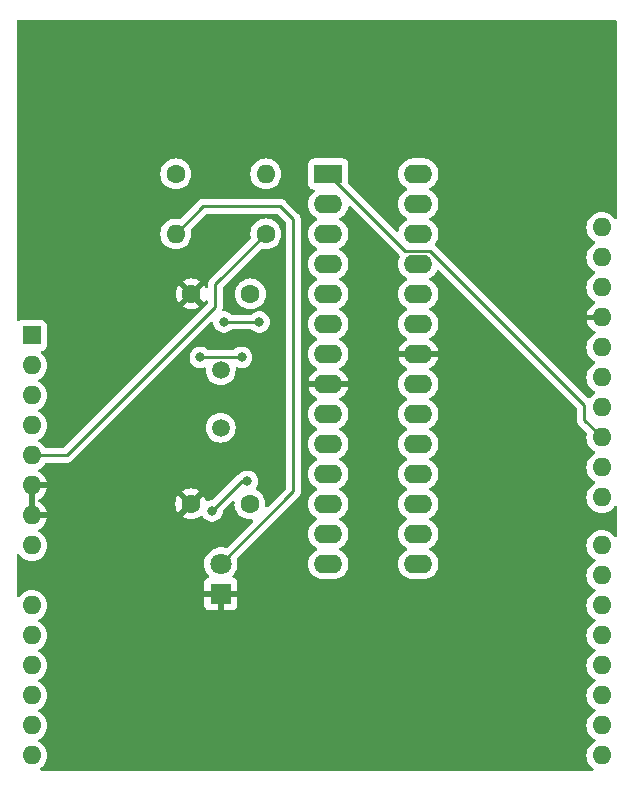
<source format=gbr>
%TF.GenerationSoftware,KiCad,Pcbnew,7.0.7*%
%TF.CreationDate,2024-09-24T12:43:05+02:00*%
%TF.ProjectId,ATMEGA Programmer,41544d45-4741-4205-9072-6f6772616d6d,rev?*%
%TF.SameCoordinates,Original*%
%TF.FileFunction,Copper,L2,Bot*%
%TF.FilePolarity,Positive*%
%FSLAX46Y46*%
G04 Gerber Fmt 4.6, Leading zero omitted, Abs format (unit mm)*
G04 Created by KiCad (PCBNEW 7.0.7) date 2024-09-24 12:43:05*
%MOMM*%
%LPD*%
G01*
G04 APERTURE LIST*
%TA.AperFunction,ComponentPad*%
%ADD10R,2.400000X1.600000*%
%TD*%
%TA.AperFunction,ComponentPad*%
%ADD11O,2.400000X1.600000*%
%TD*%
%TA.AperFunction,ComponentPad*%
%ADD12C,1.600000*%
%TD*%
%TA.AperFunction,ComponentPad*%
%ADD13O,1.600000X1.600000*%
%TD*%
%TA.AperFunction,ComponentPad*%
%ADD14R,1.800000X1.800000*%
%TD*%
%TA.AperFunction,ComponentPad*%
%ADD15C,1.800000*%
%TD*%
%TA.AperFunction,ComponentPad*%
%ADD16C,1.500000*%
%TD*%
%TA.AperFunction,ComponentPad*%
%ADD17R,1.600000X1.600000*%
%TD*%
%TA.AperFunction,ViaPad*%
%ADD18C,0.800000*%
%TD*%
%TA.AperFunction,Conductor*%
%ADD19C,0.250000*%
%TD*%
G04 APERTURE END LIST*
D10*
%TO.P,J1,1,Pin_1*%
%TO.N,D10*%
X151845999Y-70459000D03*
D11*
%TO.P,J1,2,Pin_2*%
%TO.N,Net-(J1-Pin_2)*%
X151845999Y-72999000D03*
%TO.P,J1,3,Pin_3*%
%TO.N,Net-(J1-Pin_3)*%
X151845999Y-75539000D03*
%TO.P,J1,4,Pin_4*%
%TO.N,Net-(J1-Pin_4)*%
X151845999Y-78079000D03*
%TO.P,J1,5,Pin_5*%
%TO.N,Net-(J1-Pin_5)*%
X151845999Y-80619000D03*
%TO.P,J1,6,Pin_6*%
%TO.N,Net-(J1-Pin_6)*%
X151845999Y-83159000D03*
%TO.P,J1,7,Pin_7*%
%TO.N,+5V*%
X151845999Y-85699000D03*
%TO.P,J1,8,Pin_8*%
%TO.N,GND*%
X151845999Y-88239000D03*
%TO.P,J1,9,Pin_9*%
%TO.N,Net-(J1-Pin_9)*%
X151845999Y-90779000D03*
%TO.P,J1,10,Pin_10*%
%TO.N,Net-(J1-Pin_10)*%
X151845999Y-93319000D03*
%TO.P,J1,11,Pin_11*%
%TO.N,Net-(J1-Pin_11)*%
X151845999Y-95859000D03*
%TO.P,J1,12,Pin_12*%
%TO.N,Net-(J1-Pin_12)*%
X151845999Y-98399000D03*
%TO.P,J1,13,Pin_13*%
%TO.N,Net-(J1-Pin_13)*%
X151845999Y-100939000D03*
%TO.P,J1,14,Pin_14*%
%TO.N,Net-(J1-Pin_14)*%
X151845999Y-103479000D03*
%TO.P,J1,15,Pin_15*%
%TO.N,Net-(J1-Pin_15)*%
X159465999Y-103479000D03*
%TO.P,J1,16,Pin_16*%
%TO.N,Net-(J1-Pin_16)*%
X159465999Y-100939000D03*
%TO.P,J1,17,Pin_17*%
%TO.N,D11*%
X159465999Y-98399000D03*
%TO.P,J1,18,Pin_18*%
%TO.N,D12*%
X159465999Y-95859000D03*
%TO.P,J1,19,Pin_19*%
%TO.N,D13*%
X159465999Y-93319000D03*
%TO.P,J1,20,Pin_20*%
%TO.N,+5V*%
X159465999Y-90779000D03*
%TO.P,J1,21,Pin_21*%
%TO.N,Net-(J1-Pin_21)*%
X159465999Y-88239000D03*
%TO.P,J1,22,Pin_22*%
%TO.N,GND*%
X159465999Y-85699000D03*
%TO.P,J1,23,Pin_23*%
%TO.N,Net-(J1-Pin_23)*%
X159465999Y-83159000D03*
%TO.P,J1,24,Pin_24*%
%TO.N,Net-(J1-Pin_24)*%
X159465999Y-80619000D03*
%TO.P,J1,25,Pin_25*%
%TO.N,Net-(J1-Pin_25)*%
X159465999Y-78079000D03*
%TO.P,J1,26,Pin_26*%
%TO.N,Net-(J1-Pin_26)*%
X159465999Y-75539000D03*
%TO.P,J1,27,Pin_27*%
%TO.N,Net-(J1-Pin_27)*%
X159465999Y-72999000D03*
%TO.P,J1,28,Pin_28*%
%TO.N,Net-(J1-Pin_28)*%
X159465999Y-70459000D03*
%TD*%
D12*
%TO.P,R2,1*%
%TO.N,+5V*%
X138932000Y-70459002D03*
D13*
%TO.P,R2,2*%
%TO.N,D10*%
X146552000Y-70459002D03*
%TD*%
D12*
%TO.P,C1,1*%
%TO.N,GND*%
X140242000Y-80619001D03*
%TO.P,C1,2*%
%TO.N,Net-(J1-Pin_9)*%
X145242000Y-80619001D03*
%TD*%
%TO.P,R1,1*%
%TO.N,+5V*%
X146551998Y-75538999D03*
D13*
%TO.P,R1,2*%
%TO.N,Net-(D1-A)*%
X138931998Y-75538999D03*
%TD*%
D14*
%TO.P,D1,1,K*%
%TO.N,GND*%
X142742000Y-106019000D03*
D15*
%TO.P,D1,2,A*%
%TO.N,Net-(D1-A)*%
X142742000Y-103479000D03*
%TD*%
D16*
%TO.P,Y1,1,1*%
%TO.N,Net-(J1-Pin_10)*%
X142742000Y-91959000D03*
%TO.P,Y1,2,2*%
%TO.N,Net-(J1-Pin_9)*%
X142742000Y-87079000D03*
%TD*%
D12*
%TO.P,C2,1*%
%TO.N,GND*%
X140201999Y-98399000D03*
%TO.P,C2,2*%
%TO.N,Net-(J1-Pin_10)*%
X145201999Y-98399000D03*
%TD*%
D17*
%TO.P,A1,1,NC*%
%TO.N,unconnected-(A1-NC-Pad1)*%
X126740000Y-84140000D03*
D13*
%TO.P,A1,2,IOREF*%
%TO.N,unconnected-(A1-IOREF-Pad2)*%
X126740000Y-86680000D03*
%TO.P,A1,3,~{RESET}*%
%TO.N,unconnected-(A1-~{RESET}-Pad3)*%
X126740000Y-89220000D03*
%TO.P,A1,4,3V3*%
%TO.N,unconnected-(A1-3V3-Pad4)*%
X126740000Y-91760000D03*
%TO.P,A1,5,+5V*%
%TO.N,+5V*%
X126740000Y-94300000D03*
%TO.P,A1,6,GND*%
%TO.N,GND*%
X126740000Y-96840000D03*
%TO.P,A1,7,GND*%
X126740000Y-99380000D03*
%TO.P,A1,8,VIN*%
%TO.N,unconnected-(A1-VIN-Pad8)*%
X126740000Y-101920000D03*
%TO.P,A1,9,A0*%
%TO.N,unconnected-(A1-A0-Pad9)*%
X126740000Y-107000000D03*
%TO.P,A1,10,A1*%
%TO.N,unconnected-(A1-A1-Pad10)*%
X126740000Y-109540000D03*
%TO.P,A1,11,A2*%
%TO.N,unconnected-(A1-A2-Pad11)*%
X126740000Y-112080000D03*
%TO.P,A1,12,A3*%
%TO.N,unconnected-(A1-A3-Pad12)*%
X126740000Y-114620000D03*
%TO.P,A1,13,SDA/A4*%
%TO.N,unconnected-(A1-SDA{slash}A4-Pad13)*%
X126740000Y-117160000D03*
%TO.P,A1,14,SCL/A5*%
%TO.N,unconnected-(A1-SCL{slash}A5-Pad14)*%
X126740000Y-119700000D03*
%TO.P,A1,15,D0/RX*%
%TO.N,unconnected-(A1-D0{slash}RX-Pad15)*%
X175000000Y-119700000D03*
%TO.P,A1,16,D1/TX*%
%TO.N,unconnected-(A1-D1{slash}TX-Pad16)*%
X175000000Y-117160000D03*
%TO.P,A1,17,D2*%
%TO.N,unconnected-(A1-D2-Pad17)*%
X175000000Y-114620000D03*
%TO.P,A1,18,D3*%
%TO.N,unconnected-(A1-D3-Pad18)*%
X175000000Y-112080000D03*
%TO.P,A1,19,D4*%
%TO.N,unconnected-(A1-D4-Pad19)*%
X175000000Y-109540000D03*
%TO.P,A1,20,D5*%
%TO.N,unconnected-(A1-D5-Pad20)*%
X175000000Y-107000000D03*
%TO.P,A1,21,D6*%
%TO.N,unconnected-(A1-D6-Pad21)*%
X175000000Y-104460000D03*
%TO.P,A1,22,D7*%
%TO.N,unconnected-(A1-D7-Pad22)*%
X175000000Y-101920000D03*
%TO.P,A1,23,D8*%
%TO.N,unconnected-(A1-D8-Pad23)*%
X175000000Y-97860000D03*
%TO.P,A1,24,D9*%
%TO.N,unconnected-(A1-D9-Pad24)*%
X175000000Y-95320000D03*
%TO.P,A1,25,D10*%
%TO.N,D10*%
X175000000Y-92780000D03*
%TO.P,A1,26,D11*%
%TO.N,D11*%
X175000000Y-90240000D03*
%TO.P,A1,27,D12*%
%TO.N,D12*%
X175000000Y-87700000D03*
%TO.P,A1,28,D13*%
%TO.N,D13*%
X175000000Y-85160000D03*
%TO.P,A1,29,GND*%
%TO.N,GND*%
X175000000Y-82620000D03*
%TO.P,A1,30,AREF*%
%TO.N,unconnected-(A1-AREF-Pad30)*%
X175000000Y-80080000D03*
%TO.P,A1,31,SDA/A4*%
%TO.N,unconnected-(A1-SDA{slash}A4-Pad31)*%
X175000000Y-77540000D03*
%TO.P,A1,32,SCL/A5*%
%TO.N,unconnected-(A1-SCL{slash}A5-Pad32)*%
X175000000Y-75000000D03*
%TD*%
D18*
%TO.N,+5V*%
X144500000Y-86000000D03*
X141000000Y-86000000D03*
%TO.N,Net-(J1-Pin_6)*%
X143000000Y-83000000D03*
X146000000Y-83000000D03*
%TO.N,Net-(J1-Pin_11)*%
X145000000Y-96500000D03*
X142000000Y-99000000D03*
%TD*%
D19*
%TO.N,Net-(D1-A)*%
X148894800Y-97326200D02*
X142742000Y-103479000D01*
X147777200Y-73202800D02*
X148894800Y-74320400D01*
X148894800Y-74320400D02*
X148894800Y-97326200D01*
X141268197Y-73202800D02*
X147777200Y-73202800D01*
X138931998Y-75538999D02*
X141268197Y-73202800D01*
%TO.N,+5V*%
X146551998Y-75538999D02*
X142275000Y-79815997D01*
X142275000Y-81725000D02*
X129700000Y-94300000D01*
X142275000Y-79815997D02*
X142275000Y-81725000D01*
X129700000Y-94300000D02*
X126740000Y-94300000D01*
X141000000Y-86000000D02*
X144500000Y-86000000D01*
%TO.N,D10*%
X158340999Y-76954000D02*
X160454000Y-76954000D01*
X160454000Y-76954000D02*
X173500000Y-90000000D01*
X173500000Y-91280000D02*
X175000000Y-92780000D01*
X151845999Y-70459000D02*
X158340999Y-76954000D01*
X173500000Y-90000000D02*
X173500000Y-91280000D01*
%TO.N,Net-(J1-Pin_6)*%
X143000000Y-83000000D02*
X146000000Y-83000000D01*
%TO.N,Net-(J1-Pin_11)*%
X144500000Y-96500000D02*
X145000000Y-96500000D01*
X142000000Y-99000000D02*
X144500000Y-96500000D01*
%TD*%
%TA.AperFunction,Conductor*%
%TO.N,GND*%
G36*
X176233039Y-57469685D02*
G01*
X176278794Y-57522489D01*
X176290000Y-57574000D01*
X176290000Y-74181680D01*
X176270315Y-74248719D01*
X176217511Y-74294474D01*
X176148353Y-74304418D01*
X176084797Y-74275393D01*
X176064425Y-74252803D01*
X176000045Y-74160858D01*
X175839141Y-73999954D01*
X175652734Y-73869432D01*
X175652732Y-73869431D01*
X175446497Y-73773261D01*
X175446488Y-73773258D01*
X175226697Y-73714366D01*
X175226693Y-73714365D01*
X175226692Y-73714365D01*
X175226691Y-73714364D01*
X175226686Y-73714364D01*
X175000002Y-73694532D01*
X174999998Y-73694532D01*
X174773313Y-73714364D01*
X174773302Y-73714366D01*
X174553511Y-73773258D01*
X174553502Y-73773261D01*
X174347267Y-73869431D01*
X174347265Y-73869432D01*
X174160858Y-73999954D01*
X173999954Y-74160858D01*
X173869432Y-74347265D01*
X173869431Y-74347267D01*
X173773261Y-74553502D01*
X173773258Y-74553511D01*
X173714366Y-74773302D01*
X173714364Y-74773313D01*
X173694532Y-74999998D01*
X173694532Y-75000001D01*
X173714364Y-75226686D01*
X173714366Y-75226697D01*
X173773258Y-75446488D01*
X173773261Y-75446497D01*
X173869431Y-75652732D01*
X173869432Y-75652734D01*
X173999954Y-75839141D01*
X174160858Y-76000045D01*
X174160861Y-76000047D01*
X174347266Y-76130568D01*
X174405275Y-76157618D01*
X174457714Y-76203791D01*
X174476866Y-76270984D01*
X174456650Y-76337865D01*
X174405275Y-76382382D01*
X174347267Y-76409431D01*
X174347265Y-76409432D01*
X174160858Y-76539954D01*
X173999954Y-76700858D01*
X173869432Y-76887265D01*
X173869431Y-76887267D01*
X173773261Y-77093502D01*
X173773258Y-77093511D01*
X173714366Y-77313302D01*
X173714364Y-77313313D01*
X173694532Y-77539998D01*
X173694532Y-77540001D01*
X173714364Y-77766686D01*
X173714366Y-77766697D01*
X173773258Y-77986488D01*
X173773261Y-77986497D01*
X173869431Y-78192732D01*
X173869432Y-78192734D01*
X173999954Y-78379141D01*
X174160858Y-78540045D01*
X174160861Y-78540047D01*
X174347266Y-78670568D01*
X174405275Y-78697618D01*
X174457714Y-78743791D01*
X174476866Y-78810984D01*
X174456650Y-78877865D01*
X174405275Y-78922382D01*
X174347267Y-78949431D01*
X174347265Y-78949432D01*
X174160858Y-79079954D01*
X173999954Y-79240858D01*
X173869432Y-79427265D01*
X173869431Y-79427267D01*
X173773261Y-79633502D01*
X173773258Y-79633511D01*
X173714366Y-79853302D01*
X173714364Y-79853313D01*
X173694532Y-80079998D01*
X173694532Y-80080001D01*
X173714364Y-80306686D01*
X173714366Y-80306697D01*
X173773258Y-80526488D01*
X173773261Y-80526497D01*
X173869431Y-80732732D01*
X173869432Y-80732734D01*
X173999954Y-80919141D01*
X174160858Y-81080045D01*
X174160861Y-81080047D01*
X174347266Y-81210568D01*
X174405865Y-81237893D01*
X174458305Y-81284065D01*
X174477457Y-81351258D01*
X174457242Y-81418139D01*
X174405867Y-81462657D01*
X174347515Y-81489867D01*
X174161179Y-81620342D01*
X174000342Y-81781179D01*
X173869865Y-81967517D01*
X173773734Y-82173673D01*
X173773730Y-82173682D01*
X173721127Y-82369999D01*
X173721128Y-82370000D01*
X174386653Y-82370000D01*
X174453692Y-82389685D01*
X174499447Y-82442489D01*
X174509391Y-82511647D01*
X174505631Y-82528933D01*
X174500000Y-82548111D01*
X174500000Y-82691888D01*
X174505631Y-82711067D01*
X174505630Y-82780936D01*
X174467855Y-82839714D01*
X174404299Y-82868738D01*
X174386653Y-82870000D01*
X173721128Y-82870000D01*
X173773730Y-83066317D01*
X173773734Y-83066326D01*
X173869865Y-83272482D01*
X174000342Y-83458820D01*
X174161179Y-83619657D01*
X174347518Y-83750134D01*
X174347520Y-83750135D01*
X174405865Y-83777342D01*
X174458305Y-83823514D01*
X174477457Y-83890707D01*
X174457242Y-83957589D01*
X174405867Y-84002105D01*
X174347268Y-84029431D01*
X174347264Y-84029433D01*
X174160858Y-84159954D01*
X173999954Y-84320858D01*
X173869432Y-84507265D01*
X173869431Y-84507267D01*
X173773261Y-84713502D01*
X173773258Y-84713511D01*
X173714366Y-84933302D01*
X173714364Y-84933313D01*
X173694532Y-85159998D01*
X173694532Y-85160001D01*
X173714364Y-85386686D01*
X173714366Y-85386697D01*
X173773258Y-85606488D01*
X173773261Y-85606497D01*
X173869431Y-85812732D01*
X173869432Y-85812734D01*
X173999954Y-85999141D01*
X174160858Y-86160045D01*
X174160861Y-86160047D01*
X174347266Y-86290568D01*
X174405275Y-86317618D01*
X174457714Y-86363791D01*
X174476866Y-86430984D01*
X174456650Y-86497865D01*
X174405275Y-86542382D01*
X174347267Y-86569431D01*
X174347265Y-86569432D01*
X174160858Y-86699954D01*
X173999954Y-86860858D01*
X173869432Y-87047265D01*
X173869431Y-87047267D01*
X173773261Y-87253502D01*
X173773258Y-87253511D01*
X173714366Y-87473302D01*
X173714364Y-87473313D01*
X173694532Y-87699998D01*
X173694532Y-87700001D01*
X173714364Y-87926686D01*
X173714366Y-87926697D01*
X173773258Y-88146488D01*
X173773261Y-88146497D01*
X173869431Y-88352732D01*
X173869432Y-88352734D01*
X173999954Y-88539141D01*
X174160858Y-88700045D01*
X174160861Y-88700047D01*
X174347266Y-88830568D01*
X174405275Y-88857618D01*
X174457714Y-88903791D01*
X174476866Y-88970984D01*
X174456650Y-89037865D01*
X174405275Y-89082382D01*
X174347267Y-89109431D01*
X174347265Y-89109432D01*
X174160858Y-89239954D01*
X173999954Y-89400858D01*
X173996374Y-89405972D01*
X173941796Y-89449596D01*
X173872298Y-89456788D01*
X173809943Y-89425265D01*
X173807119Y-89422528D01*
X160954803Y-76570212D01*
X160944980Y-76557950D01*
X160944759Y-76558134D01*
X160939787Y-76552123D01*
X160922033Y-76535452D01*
X160900099Y-76514854D01*
X160864706Y-76454616D01*
X160867498Y-76384803D01*
X160883407Y-76353344D01*
X160996567Y-76191734D01*
X161092738Y-75985496D01*
X161151634Y-75765692D01*
X161171467Y-75539000D01*
X161151634Y-75312308D01*
X161092738Y-75092504D01*
X160996567Y-74886266D01*
X160866046Y-74699861D01*
X160866045Y-74699860D01*
X160866044Y-74699858D01*
X160705140Y-74538954D01*
X160518734Y-74408433D01*
X160518735Y-74408433D01*
X160518733Y-74408432D01*
X160460721Y-74381380D01*
X160408283Y-74335208D01*
X160389132Y-74268014D01*
X160409348Y-74201133D01*
X160460720Y-74156619D01*
X160518733Y-74129568D01*
X160705138Y-73999047D01*
X160866046Y-73838139D01*
X160996567Y-73651734D01*
X161092738Y-73445496D01*
X161151634Y-73225692D01*
X161171467Y-72999000D01*
X161151634Y-72772308D01*
X161092738Y-72552504D01*
X160996567Y-72346266D01*
X160866046Y-72159861D01*
X160866044Y-72159858D01*
X160705140Y-71998954D01*
X160518733Y-71868432D01*
X160518727Y-71868429D01*
X160460724Y-71841382D01*
X160408284Y-71795210D01*
X160389132Y-71728017D01*
X160409347Y-71661135D01*
X160460724Y-71616618D01*
X160518733Y-71589568D01*
X160705138Y-71459047D01*
X160866046Y-71298139D01*
X160996567Y-71111734D01*
X161092738Y-70905496D01*
X161151634Y-70685692D01*
X161171467Y-70459000D01*
X161151634Y-70232308D01*
X161106915Y-70065415D01*
X161092740Y-70012511D01*
X161092739Y-70012509D01*
X161092738Y-70012504D01*
X160996567Y-69806266D01*
X160898838Y-69666693D01*
X160866044Y-69619858D01*
X160705140Y-69458954D01*
X160518733Y-69328432D01*
X160518731Y-69328431D01*
X160312496Y-69232261D01*
X160312487Y-69232258D01*
X160092696Y-69173366D01*
X160092686Y-69173364D01*
X159922783Y-69158500D01*
X159009215Y-69158500D01*
X158839311Y-69173364D01*
X158839301Y-69173366D01*
X158619510Y-69232258D01*
X158619501Y-69232261D01*
X158413266Y-69328431D01*
X158413264Y-69328432D01*
X158226857Y-69458954D01*
X158065953Y-69619858D01*
X157935431Y-69806265D01*
X157935430Y-69806267D01*
X157839260Y-70012502D01*
X157839257Y-70012511D01*
X157780365Y-70232302D01*
X157780363Y-70232313D01*
X157760531Y-70458998D01*
X157760531Y-70459001D01*
X157780363Y-70685686D01*
X157780365Y-70685697D01*
X157839257Y-70905488D01*
X157839260Y-70905497D01*
X157935430Y-71111732D01*
X157935431Y-71111734D01*
X158065953Y-71298141D01*
X158226857Y-71459045D01*
X158226860Y-71459047D01*
X158413265Y-71589568D01*
X158471274Y-71616618D01*
X158523713Y-71662791D01*
X158542865Y-71729984D01*
X158522649Y-71796865D01*
X158471274Y-71841382D01*
X158413266Y-71868431D01*
X158413264Y-71868432D01*
X158226857Y-71998954D01*
X158065953Y-72159858D01*
X157935431Y-72346265D01*
X157935430Y-72346267D01*
X157839260Y-72552502D01*
X157839257Y-72552511D01*
X157780365Y-72772302D01*
X157780363Y-72772313D01*
X157760531Y-72998998D01*
X157760531Y-72999001D01*
X157780363Y-73225686D01*
X157780365Y-73225697D01*
X157839257Y-73445488D01*
X157839260Y-73445497D01*
X157935430Y-73651732D01*
X157935431Y-73651734D01*
X158065953Y-73838141D01*
X158226857Y-73999045D01*
X158226860Y-73999047D01*
X158413265Y-74129568D01*
X158471274Y-74156618D01*
X158523713Y-74202791D01*
X158542865Y-74269984D01*
X158522649Y-74336865D01*
X158471274Y-74381382D01*
X158413266Y-74408431D01*
X158413264Y-74408432D01*
X158226857Y-74538954D01*
X158065953Y-74699858D01*
X157935431Y-74886265D01*
X157935430Y-74886267D01*
X157839260Y-75092502D01*
X157839257Y-75092511D01*
X157794433Y-75259800D01*
X157758068Y-75319461D01*
X157695221Y-75349990D01*
X157625845Y-75341695D01*
X157586977Y-75315388D01*
X153582817Y-71311227D01*
X153549332Y-71249904D01*
X153546498Y-71223546D01*
X153546498Y-69611129D01*
X153546497Y-69611123D01*
X153546496Y-69611116D01*
X153540090Y-69551517D01*
X153505566Y-69458954D01*
X153489796Y-69416671D01*
X153489792Y-69416664D01*
X153403546Y-69301455D01*
X153403543Y-69301452D01*
X153288334Y-69215206D01*
X153288327Y-69215202D01*
X153153481Y-69164908D01*
X153153482Y-69164908D01*
X153093882Y-69158501D01*
X153093880Y-69158500D01*
X153093872Y-69158500D01*
X153093863Y-69158500D01*
X150598128Y-69158500D01*
X150598122Y-69158501D01*
X150538515Y-69164908D01*
X150403670Y-69215202D01*
X150403663Y-69215206D01*
X150288454Y-69301452D01*
X150288451Y-69301455D01*
X150202205Y-69416664D01*
X150202201Y-69416671D01*
X150151907Y-69551517D01*
X150145500Y-69611116D01*
X150145500Y-69611123D01*
X150145499Y-69611135D01*
X150145499Y-71306870D01*
X150145500Y-71306876D01*
X150151907Y-71366483D01*
X150202201Y-71501328D01*
X150202205Y-71501335D01*
X150288451Y-71616544D01*
X150288454Y-71616547D01*
X150403663Y-71702793D01*
X150403670Y-71702797D01*
X150448617Y-71719560D01*
X150538516Y-71753091D01*
X150573595Y-71756862D01*
X150638143Y-71783599D01*
X150677992Y-71840991D01*
X150680487Y-71910816D01*
X150644835Y-71970905D01*
X150631463Y-71981725D01*
X150606857Y-71998954D01*
X150445953Y-72159858D01*
X150315431Y-72346265D01*
X150315430Y-72346267D01*
X150219260Y-72552502D01*
X150219257Y-72552511D01*
X150160365Y-72772302D01*
X150160363Y-72772313D01*
X150140531Y-72998998D01*
X150140531Y-72999001D01*
X150160363Y-73225686D01*
X150160365Y-73225697D01*
X150219257Y-73445488D01*
X150219260Y-73445497D01*
X150315430Y-73651732D01*
X150315431Y-73651734D01*
X150445953Y-73838141D01*
X150606857Y-73999045D01*
X150606860Y-73999047D01*
X150793265Y-74129568D01*
X150851274Y-74156618D01*
X150903713Y-74202791D01*
X150922865Y-74269984D01*
X150902649Y-74336865D01*
X150851274Y-74381382D01*
X150793266Y-74408431D01*
X150793264Y-74408432D01*
X150606857Y-74538954D01*
X150445953Y-74699858D01*
X150315431Y-74886265D01*
X150315430Y-74886267D01*
X150219260Y-75092502D01*
X150219257Y-75092511D01*
X150160365Y-75312302D01*
X150160363Y-75312313D01*
X150140531Y-75538998D01*
X150140531Y-75539001D01*
X150160363Y-75765686D01*
X150160365Y-75765697D01*
X150219257Y-75985488D01*
X150219260Y-75985497D01*
X150315430Y-76191732D01*
X150315431Y-76191734D01*
X150445953Y-76378141D01*
X150606857Y-76539045D01*
X150651369Y-76570212D01*
X150793265Y-76669568D01*
X150851277Y-76696619D01*
X150903712Y-76742788D01*
X150922865Y-76809982D01*
X150902650Y-76876863D01*
X150851276Y-76921380D01*
X150793267Y-76948430D01*
X150793264Y-76948432D01*
X150606857Y-77078954D01*
X150445953Y-77239858D01*
X150315431Y-77426265D01*
X150315430Y-77426267D01*
X150219260Y-77632502D01*
X150219257Y-77632511D01*
X150160365Y-77852302D01*
X150160363Y-77852313D01*
X150140531Y-78078998D01*
X150140531Y-78079001D01*
X150160363Y-78305686D01*
X150160365Y-78305697D01*
X150219257Y-78525488D01*
X150219260Y-78525497D01*
X150315430Y-78731732D01*
X150315431Y-78731734D01*
X150445953Y-78918141D01*
X150606857Y-79079045D01*
X150606860Y-79079047D01*
X150793265Y-79209568D01*
X150851274Y-79236618D01*
X150903713Y-79282791D01*
X150922865Y-79349984D01*
X150902649Y-79416865D01*
X150851274Y-79461382D01*
X150793266Y-79488431D01*
X150793264Y-79488432D01*
X150606857Y-79618954D01*
X150445953Y-79779858D01*
X150315431Y-79966265D01*
X150315430Y-79966267D01*
X150219260Y-80172502D01*
X150219257Y-80172511D01*
X150160365Y-80392302D01*
X150160363Y-80392313D01*
X150140531Y-80618998D01*
X150140531Y-80619001D01*
X150160363Y-80845686D01*
X150160365Y-80845697D01*
X150219257Y-81065488D01*
X150219260Y-81065497D01*
X150315430Y-81271732D01*
X150315431Y-81271734D01*
X150445953Y-81458141D01*
X150606857Y-81619045D01*
X150606860Y-81619047D01*
X150793265Y-81749568D01*
X150846144Y-81774226D01*
X150851274Y-81776618D01*
X150903713Y-81822791D01*
X150922865Y-81889984D01*
X150902649Y-81956865D01*
X150851274Y-82001382D01*
X150793266Y-82028431D01*
X150793264Y-82028432D01*
X150606857Y-82158954D01*
X150445953Y-82319858D01*
X150315431Y-82506265D01*
X150315430Y-82506267D01*
X150219260Y-82712502D01*
X150219257Y-82712511D01*
X150160365Y-82932302D01*
X150160363Y-82932313D01*
X150140531Y-83158998D01*
X150140531Y-83159001D01*
X150160363Y-83385686D01*
X150160365Y-83385697D01*
X150219257Y-83605488D01*
X150219260Y-83605497D01*
X150315430Y-83811732D01*
X150315431Y-83811734D01*
X150445953Y-83998141D01*
X150606857Y-84159045D01*
X150606860Y-84159047D01*
X150793265Y-84289568D01*
X150851274Y-84316618D01*
X150903713Y-84362791D01*
X150922865Y-84429984D01*
X150902649Y-84496865D01*
X150851274Y-84541382D01*
X150793266Y-84568431D01*
X150793264Y-84568432D01*
X150606857Y-84698954D01*
X150445953Y-84859858D01*
X150315431Y-85046265D01*
X150315430Y-85046267D01*
X150219260Y-85252502D01*
X150219257Y-85252511D01*
X150160365Y-85472302D01*
X150160363Y-85472313D01*
X150140531Y-85698998D01*
X150140531Y-85699001D01*
X150160363Y-85925686D01*
X150160365Y-85925697D01*
X150219257Y-86145488D01*
X150219260Y-86145497D01*
X150315430Y-86351732D01*
X150315431Y-86351734D01*
X150445953Y-86538141D01*
X150606857Y-86699045D01*
X150606860Y-86699047D01*
X150793265Y-86829568D01*
X150851864Y-86856893D01*
X150904304Y-86903065D01*
X150923456Y-86970258D01*
X150903241Y-87037139D01*
X150851866Y-87081657D01*
X150793514Y-87108867D01*
X150607178Y-87239342D01*
X150446341Y-87400179D01*
X150315864Y-87586517D01*
X150219733Y-87792673D01*
X150219729Y-87792682D01*
X150167126Y-87988999D01*
X150167127Y-87989000D01*
X151335423Y-87989000D01*
X151402462Y-88008685D01*
X151448217Y-88061489D01*
X151458161Y-88130647D01*
X151457896Y-88132397D01*
X151441013Y-88238996D01*
X151441013Y-88239003D01*
X151457896Y-88345603D01*
X151448941Y-88414896D01*
X151403945Y-88468348D01*
X151337193Y-88488987D01*
X151335423Y-88489000D01*
X150167127Y-88489000D01*
X150219729Y-88685317D01*
X150219733Y-88685326D01*
X150315864Y-88891482D01*
X150446341Y-89077820D01*
X150607178Y-89238657D01*
X150793517Y-89369134D01*
X150793519Y-89369135D01*
X150851864Y-89396342D01*
X150904304Y-89442514D01*
X150923456Y-89509707D01*
X150903241Y-89576589D01*
X150851866Y-89621105D01*
X150793267Y-89648431D01*
X150793263Y-89648433D01*
X150606857Y-89778954D01*
X150445953Y-89939858D01*
X150315431Y-90126265D01*
X150315430Y-90126267D01*
X150219260Y-90332502D01*
X150219257Y-90332511D01*
X150160365Y-90552302D01*
X150160363Y-90552313D01*
X150140531Y-90778998D01*
X150140531Y-90779001D01*
X150160363Y-91005686D01*
X150160365Y-91005697D01*
X150219257Y-91225488D01*
X150219260Y-91225497D01*
X150315430Y-91431732D01*
X150315431Y-91431734D01*
X150445953Y-91618141D01*
X150606857Y-91779045D01*
X150606860Y-91779047D01*
X150793265Y-91909568D01*
X150851274Y-91936618D01*
X150903713Y-91982791D01*
X150922865Y-92049984D01*
X150902649Y-92116865D01*
X150851274Y-92161382D01*
X150793266Y-92188431D01*
X150793264Y-92188432D01*
X150606857Y-92318954D01*
X150445953Y-92479858D01*
X150315431Y-92666265D01*
X150315430Y-92666267D01*
X150219260Y-92872502D01*
X150219257Y-92872511D01*
X150160365Y-93092302D01*
X150160363Y-93092313D01*
X150140531Y-93318998D01*
X150140531Y-93319001D01*
X150160363Y-93545686D01*
X150160365Y-93545697D01*
X150219257Y-93765488D01*
X150219260Y-93765497D01*
X150315430Y-93971732D01*
X150315431Y-93971734D01*
X150445953Y-94158141D01*
X150606857Y-94319045D01*
X150606860Y-94319047D01*
X150793265Y-94449568D01*
X150851274Y-94476618D01*
X150903713Y-94522791D01*
X150922865Y-94589984D01*
X150902649Y-94656865D01*
X150851274Y-94701382D01*
X150793266Y-94728431D01*
X150793264Y-94728432D01*
X150606857Y-94858954D01*
X150445953Y-95019858D01*
X150315431Y-95206265D01*
X150315430Y-95206267D01*
X150219260Y-95412502D01*
X150219257Y-95412511D01*
X150160365Y-95632302D01*
X150160363Y-95632313D01*
X150140531Y-95858998D01*
X150140531Y-95859001D01*
X150160363Y-96085686D01*
X150160365Y-96085697D01*
X150219257Y-96305488D01*
X150219260Y-96305497D01*
X150315430Y-96511732D01*
X150315431Y-96511734D01*
X150445953Y-96698141D01*
X150606857Y-96859045D01*
X150606860Y-96859047D01*
X150793265Y-96989568D01*
X150851274Y-97016618D01*
X150903713Y-97062791D01*
X150922865Y-97129984D01*
X150902649Y-97196865D01*
X150851274Y-97241382D01*
X150793266Y-97268431D01*
X150793264Y-97268432D01*
X150606857Y-97398954D01*
X150445953Y-97559858D01*
X150315431Y-97746265D01*
X150315430Y-97746267D01*
X150219260Y-97952502D01*
X150219257Y-97952511D01*
X150160365Y-98172302D01*
X150160363Y-98172313D01*
X150140531Y-98398998D01*
X150140531Y-98399001D01*
X150160363Y-98625686D01*
X150160365Y-98625697D01*
X150219257Y-98845488D01*
X150219260Y-98845497D01*
X150315430Y-99051732D01*
X150315431Y-99051734D01*
X150445953Y-99238141D01*
X150606857Y-99399045D01*
X150606860Y-99399047D01*
X150793265Y-99529568D01*
X150851274Y-99556618D01*
X150903713Y-99602791D01*
X150922865Y-99669984D01*
X150902649Y-99736865D01*
X150851274Y-99781381D01*
X150834271Y-99789310D01*
X150793266Y-99808431D01*
X150793264Y-99808432D01*
X150606857Y-99938954D01*
X150445953Y-100099858D01*
X150315431Y-100286265D01*
X150315430Y-100286267D01*
X150219260Y-100492502D01*
X150219257Y-100492511D01*
X150160365Y-100712302D01*
X150160363Y-100712313D01*
X150140531Y-100938998D01*
X150140531Y-100939001D01*
X150160363Y-101165686D01*
X150160365Y-101165697D01*
X150219257Y-101385488D01*
X150219260Y-101385497D01*
X150315430Y-101591732D01*
X150315431Y-101591734D01*
X150445953Y-101778141D01*
X150606857Y-101939045D01*
X150606860Y-101939047D01*
X150793265Y-102069568D01*
X150851274Y-102096618D01*
X150903713Y-102142791D01*
X150922865Y-102209984D01*
X150902649Y-102276865D01*
X150851274Y-102321382D01*
X150793266Y-102348431D01*
X150793264Y-102348432D01*
X150606857Y-102478954D01*
X150445953Y-102639858D01*
X150315431Y-102826265D01*
X150315430Y-102826267D01*
X150219260Y-103032502D01*
X150219257Y-103032511D01*
X150160365Y-103252302D01*
X150160363Y-103252313D01*
X150140531Y-103478998D01*
X150140531Y-103479001D01*
X150160363Y-103705686D01*
X150160365Y-103705697D01*
X150219257Y-103925488D01*
X150219260Y-103925497D01*
X150315430Y-104131732D01*
X150315431Y-104131734D01*
X150445953Y-104318141D01*
X150606857Y-104479045D01*
X150606860Y-104479047D01*
X150793265Y-104609568D01*
X150999503Y-104705739D01*
X151219307Y-104764635D01*
X151389215Y-104779500D01*
X152302783Y-104779500D01*
X152472691Y-104764635D01*
X152692495Y-104705739D01*
X152898733Y-104609568D01*
X153085138Y-104479047D01*
X153246046Y-104318139D01*
X153376567Y-104131734D01*
X153472738Y-103925496D01*
X153531634Y-103705692D01*
X153548633Y-103511384D01*
X153551467Y-103479001D01*
X153551467Y-103478998D01*
X153531634Y-103252313D01*
X153531634Y-103252308D01*
X153472738Y-103032504D01*
X153376567Y-102826266D01*
X153251674Y-102647899D01*
X153246044Y-102639858D01*
X153085140Y-102478954D01*
X152898733Y-102348432D01*
X152898727Y-102348429D01*
X152840724Y-102321382D01*
X152788284Y-102275210D01*
X152769132Y-102208017D01*
X152789347Y-102141135D01*
X152840724Y-102096618D01*
X152898733Y-102069568D01*
X153085138Y-101939047D01*
X153246046Y-101778139D01*
X153376567Y-101591734D01*
X153472738Y-101385496D01*
X153531634Y-101165692D01*
X153551467Y-100939000D01*
X153531634Y-100712308D01*
X153472738Y-100492504D01*
X153376567Y-100286266D01*
X153246046Y-100099861D01*
X153246044Y-100099858D01*
X153085140Y-99938954D01*
X152898733Y-99808432D01*
X152898727Y-99808429D01*
X152871037Y-99795517D01*
X152840723Y-99781381D01*
X152788284Y-99735210D01*
X152769132Y-99668017D01*
X152789347Y-99601135D01*
X152840724Y-99556618D01*
X152898733Y-99529568D01*
X153085138Y-99399047D01*
X153246046Y-99238139D01*
X153376567Y-99051734D01*
X153472738Y-98845496D01*
X153531634Y-98625692D01*
X153551467Y-98399000D01*
X153531634Y-98172308D01*
X153472738Y-97952504D01*
X153376567Y-97746266D01*
X153246046Y-97559861D01*
X153246044Y-97559858D01*
X153085140Y-97398954D01*
X152934930Y-97293777D01*
X152898733Y-97268432D01*
X152840721Y-97241380D01*
X152788283Y-97195208D01*
X152769132Y-97128014D01*
X152789348Y-97061133D01*
X152840720Y-97016619D01*
X152898733Y-96989568D01*
X153085138Y-96859047D01*
X153246046Y-96698139D01*
X153376567Y-96511734D01*
X153472738Y-96305496D01*
X153531634Y-96085692D01*
X153551467Y-95859000D01*
X153531634Y-95632308D01*
X153472738Y-95412504D01*
X153376567Y-95206266D01*
X153265186Y-95047196D01*
X153246044Y-95019858D01*
X153085140Y-94858954D01*
X152898734Y-94728433D01*
X152898735Y-94728433D01*
X152898733Y-94728432D01*
X152840721Y-94701380D01*
X152788283Y-94655208D01*
X152769132Y-94588014D01*
X152789348Y-94521133D01*
X152840720Y-94476619D01*
X152898733Y-94449568D01*
X153085138Y-94319047D01*
X153246046Y-94158139D01*
X153376567Y-93971734D01*
X153472738Y-93765496D01*
X153531634Y-93545692D01*
X153551467Y-93319000D01*
X153531634Y-93092308D01*
X153472738Y-92872504D01*
X153376567Y-92666266D01*
X153249609Y-92484949D01*
X153246044Y-92479858D01*
X153085140Y-92318954D01*
X152898733Y-92188432D01*
X152898727Y-92188429D01*
X152840724Y-92161382D01*
X152788284Y-92115210D01*
X152769132Y-92048017D01*
X152789347Y-91981135D01*
X152840724Y-91936618D01*
X152898733Y-91909568D01*
X153085138Y-91779047D01*
X153246046Y-91618139D01*
X153376567Y-91431734D01*
X153472738Y-91225496D01*
X153531634Y-91005692D01*
X153551467Y-90779000D01*
X153531634Y-90552308D01*
X153472738Y-90332504D01*
X153376567Y-90126266D01*
X153265187Y-89967197D01*
X153246044Y-89939858D01*
X153085140Y-89778954D01*
X152898733Y-89648432D01*
X152898731Y-89648431D01*
X152840724Y-89621382D01*
X152840131Y-89621105D01*
X152787693Y-89574934D01*
X152768541Y-89507740D01*
X152788757Y-89440859D01*
X152840133Y-89396341D01*
X152898483Y-89369132D01*
X153084819Y-89238657D01*
X153245656Y-89077820D01*
X153376133Y-88891482D01*
X153472264Y-88685326D01*
X153472268Y-88685317D01*
X153524871Y-88489000D01*
X152356575Y-88489000D01*
X152289536Y-88469315D01*
X152243781Y-88416511D01*
X152233837Y-88347353D01*
X152234102Y-88345603D01*
X152250985Y-88239003D01*
X152250985Y-88238996D01*
X152234102Y-88132397D01*
X152243057Y-88063104D01*
X152288053Y-88009652D01*
X152354805Y-87989013D01*
X152356575Y-87989000D01*
X153524871Y-87989000D01*
X153524871Y-87988999D01*
X153472268Y-87792682D01*
X153472264Y-87792673D01*
X153376133Y-87586517D01*
X153245656Y-87400179D01*
X153084819Y-87239342D01*
X152898481Y-87108865D01*
X152840132Y-87081657D01*
X152787693Y-87035484D01*
X152768541Y-86968291D01*
X152788757Y-86901410D01*
X152840128Y-86856895D01*
X152898733Y-86829568D01*
X153085138Y-86699047D01*
X153246046Y-86538139D01*
X153376567Y-86351734D01*
X153472738Y-86145496D01*
X153531634Y-85925692D01*
X153551467Y-85699000D01*
X153548293Y-85662726D01*
X153545580Y-85631715D01*
X153531634Y-85472308D01*
X153472738Y-85252504D01*
X153376567Y-85046266D01*
X153246046Y-84859861D01*
X153246044Y-84859858D01*
X153085140Y-84698954D01*
X152898733Y-84568432D01*
X152898727Y-84568429D01*
X152840724Y-84541382D01*
X152788284Y-84495210D01*
X152769132Y-84428017D01*
X152789347Y-84361135D01*
X152840724Y-84316618D01*
X152898733Y-84289568D01*
X153085138Y-84159047D01*
X153246046Y-83998139D01*
X153376567Y-83811734D01*
X153472738Y-83605496D01*
X153531634Y-83385692D01*
X153551467Y-83159000D01*
X153531634Y-82932308D01*
X153472738Y-82712504D01*
X153376567Y-82506266D01*
X153251123Y-82327112D01*
X153246044Y-82319858D01*
X153085140Y-82158954D01*
X152898733Y-82028432D01*
X152898727Y-82028429D01*
X152840724Y-82001382D01*
X152788284Y-81955210D01*
X152769132Y-81888017D01*
X152789347Y-81821135D01*
X152840724Y-81776618D01*
X152845854Y-81774226D01*
X152898733Y-81749568D01*
X153085138Y-81619047D01*
X153246046Y-81458139D01*
X153376567Y-81271734D01*
X153472738Y-81065496D01*
X153531634Y-80845692D01*
X153551467Y-80619000D01*
X153531634Y-80392308D01*
X153472738Y-80172504D01*
X153376567Y-79966266D01*
X153246046Y-79779861D01*
X153246044Y-79779858D01*
X153085140Y-79618954D01*
X152898733Y-79488432D01*
X152898727Y-79488429D01*
X152871037Y-79475517D01*
X152840723Y-79461381D01*
X152788284Y-79415210D01*
X152769132Y-79348017D01*
X152789347Y-79281135D01*
X152840724Y-79236618D01*
X152898733Y-79209568D01*
X153085138Y-79079047D01*
X153246046Y-78918139D01*
X153376567Y-78731734D01*
X153472738Y-78525496D01*
X153531634Y-78305692D01*
X153551467Y-78079000D01*
X153531634Y-77852308D01*
X153472738Y-77632504D01*
X153376567Y-77426266D01*
X153246046Y-77239861D01*
X153246044Y-77239858D01*
X153085140Y-77078954D01*
X152898733Y-76948432D01*
X152898727Y-76948429D01*
X152840724Y-76921382D01*
X152788284Y-76875210D01*
X152769132Y-76808017D01*
X152789347Y-76741135D01*
X152840724Y-76696618D01*
X152898733Y-76669568D01*
X153085138Y-76539047D01*
X153246046Y-76378139D01*
X153376567Y-76191734D01*
X153472738Y-75985496D01*
X153531634Y-75765692D01*
X153551467Y-75539000D01*
X153531634Y-75312308D01*
X153472738Y-75092504D01*
X153376567Y-74886266D01*
X153246046Y-74699861D01*
X153246045Y-74699860D01*
X153246044Y-74699858D01*
X153085140Y-74538954D01*
X152898733Y-74408432D01*
X152898727Y-74408429D01*
X152840724Y-74381382D01*
X152788284Y-74335210D01*
X152769132Y-74268017D01*
X152789347Y-74201135D01*
X152840724Y-74156618D01*
X152898733Y-74129568D01*
X153085138Y-73999047D01*
X153246046Y-73838139D01*
X153376567Y-73651734D01*
X153472738Y-73445496D01*
X153517565Y-73278198D01*
X153553929Y-73218540D01*
X153616775Y-73188010D01*
X153686151Y-73196304D01*
X153725020Y-73222612D01*
X157840196Y-77337788D01*
X157850021Y-77350051D01*
X157850242Y-77349869D01*
X157855209Y-77355874D01*
X157868394Y-77368255D01*
X157903789Y-77428496D01*
X157900997Y-77498310D01*
X157895893Y-77511052D01*
X157839262Y-77632497D01*
X157839257Y-77632511D01*
X157780365Y-77852302D01*
X157780363Y-77852313D01*
X157760531Y-78078998D01*
X157760531Y-78079001D01*
X157780363Y-78305686D01*
X157780365Y-78305697D01*
X157839257Y-78525488D01*
X157839260Y-78525497D01*
X157935430Y-78731732D01*
X157935431Y-78731734D01*
X158065953Y-78918141D01*
X158226857Y-79079045D01*
X158226860Y-79079047D01*
X158413265Y-79209568D01*
X158471274Y-79236618D01*
X158523713Y-79282791D01*
X158542865Y-79349984D01*
X158522649Y-79416865D01*
X158471274Y-79461382D01*
X158413266Y-79488431D01*
X158413264Y-79488432D01*
X158226857Y-79618954D01*
X158065953Y-79779858D01*
X157935431Y-79966265D01*
X157935430Y-79966267D01*
X157839260Y-80172502D01*
X157839257Y-80172511D01*
X157780365Y-80392302D01*
X157780363Y-80392313D01*
X157760531Y-80618998D01*
X157760531Y-80619001D01*
X157780363Y-80845686D01*
X157780365Y-80845697D01*
X157839257Y-81065488D01*
X157839260Y-81065497D01*
X157935430Y-81271732D01*
X157935431Y-81271734D01*
X158065953Y-81458141D01*
X158226857Y-81619045D01*
X158226860Y-81619047D01*
X158413265Y-81749568D01*
X158466144Y-81774226D01*
X158471274Y-81776618D01*
X158523713Y-81822791D01*
X158542865Y-81889984D01*
X158522649Y-81956865D01*
X158471274Y-82001382D01*
X158413266Y-82028431D01*
X158413264Y-82028432D01*
X158226857Y-82158954D01*
X158065953Y-82319858D01*
X157935431Y-82506265D01*
X157935430Y-82506267D01*
X157839260Y-82712502D01*
X157839257Y-82712511D01*
X157780365Y-82932302D01*
X157780363Y-82932313D01*
X157760531Y-83158998D01*
X157760531Y-83159001D01*
X157780363Y-83385686D01*
X157780365Y-83385697D01*
X157839257Y-83605488D01*
X157839260Y-83605497D01*
X157935430Y-83811732D01*
X157935431Y-83811734D01*
X158065953Y-83998141D01*
X158226857Y-84159045D01*
X158226860Y-84159047D01*
X158413265Y-84289568D01*
X158471864Y-84316893D01*
X158524304Y-84363065D01*
X158543456Y-84430258D01*
X158523241Y-84497139D01*
X158471866Y-84541657D01*
X158413514Y-84568867D01*
X158227178Y-84699342D01*
X158066341Y-84860179D01*
X157935864Y-85046517D01*
X157839733Y-85252673D01*
X157839729Y-85252682D01*
X157787126Y-85448999D01*
X157787127Y-85449000D01*
X158955423Y-85449000D01*
X159022462Y-85468685D01*
X159068217Y-85521489D01*
X159078161Y-85590647D01*
X159077896Y-85592397D01*
X159061013Y-85698996D01*
X159061013Y-85699003D01*
X159077896Y-85805603D01*
X159068941Y-85874896D01*
X159023945Y-85928348D01*
X158957193Y-85948987D01*
X158955423Y-85949000D01*
X157787127Y-85949000D01*
X157839729Y-86145317D01*
X157839733Y-86145326D01*
X157935864Y-86351482D01*
X158066341Y-86537820D01*
X158227178Y-86698657D01*
X158413517Y-86829134D01*
X158413519Y-86829135D01*
X158471864Y-86856342D01*
X158524304Y-86902514D01*
X158543456Y-86969707D01*
X158523241Y-87036589D01*
X158471866Y-87081105D01*
X158470684Y-87081657D01*
X158413263Y-87108433D01*
X158226857Y-87238954D01*
X158065953Y-87399858D01*
X157935431Y-87586265D01*
X157935430Y-87586267D01*
X157839260Y-87792502D01*
X157839257Y-87792511D01*
X157780365Y-88012302D01*
X157780363Y-88012313D01*
X157760531Y-88238998D01*
X157760531Y-88239001D01*
X157780363Y-88465686D01*
X157780365Y-88465697D01*
X157839257Y-88685488D01*
X157839260Y-88685497D01*
X157935430Y-88891732D01*
X157935431Y-88891734D01*
X158065953Y-89078141D01*
X158226857Y-89239045D01*
X158226860Y-89239047D01*
X158413265Y-89369568D01*
X158470680Y-89396341D01*
X158471274Y-89396618D01*
X158523713Y-89442791D01*
X158542865Y-89509984D01*
X158522649Y-89576865D01*
X158471274Y-89621382D01*
X158413266Y-89648431D01*
X158413264Y-89648432D01*
X158226857Y-89778954D01*
X158065953Y-89939858D01*
X157935431Y-90126265D01*
X157935430Y-90126267D01*
X157839260Y-90332502D01*
X157839257Y-90332511D01*
X157780365Y-90552302D01*
X157780363Y-90552313D01*
X157760531Y-90778998D01*
X157760531Y-90779001D01*
X157780363Y-91005686D01*
X157780365Y-91005697D01*
X157839257Y-91225488D01*
X157839260Y-91225497D01*
X157935430Y-91431732D01*
X157935431Y-91431734D01*
X158065953Y-91618141D01*
X158226857Y-91779045D01*
X158226860Y-91779047D01*
X158413265Y-91909568D01*
X158471274Y-91936618D01*
X158523713Y-91982791D01*
X158542865Y-92049984D01*
X158522649Y-92116865D01*
X158471274Y-92161382D01*
X158413266Y-92188431D01*
X158413264Y-92188432D01*
X158226857Y-92318954D01*
X158065953Y-92479858D01*
X157935431Y-92666265D01*
X157935430Y-92666267D01*
X157839260Y-92872502D01*
X157839257Y-92872511D01*
X157780365Y-93092302D01*
X157780363Y-93092313D01*
X157760531Y-93318998D01*
X157760531Y-93319001D01*
X157780363Y-93545686D01*
X157780365Y-93545697D01*
X157839257Y-93765488D01*
X157839260Y-93765497D01*
X157935430Y-93971732D01*
X157935431Y-93971734D01*
X158065953Y-94158141D01*
X158226857Y-94319045D01*
X158226860Y-94319047D01*
X158413265Y-94449568D01*
X158471274Y-94476618D01*
X158523713Y-94522791D01*
X158542865Y-94589984D01*
X158522649Y-94656865D01*
X158471274Y-94701382D01*
X158413266Y-94728431D01*
X158413264Y-94728432D01*
X158226857Y-94858954D01*
X158065953Y-95019858D01*
X157935431Y-95206265D01*
X157935430Y-95206267D01*
X157839260Y-95412502D01*
X157839257Y-95412511D01*
X157780365Y-95632302D01*
X157780363Y-95632313D01*
X157760531Y-95858998D01*
X157760531Y-95859001D01*
X157780363Y-96085686D01*
X157780365Y-96085697D01*
X157839257Y-96305488D01*
X157839260Y-96305497D01*
X157935430Y-96511732D01*
X157935431Y-96511734D01*
X158065953Y-96698141D01*
X158226857Y-96859045D01*
X158226860Y-96859047D01*
X158413265Y-96989568D01*
X158471274Y-97016618D01*
X158523713Y-97062791D01*
X158542865Y-97129984D01*
X158522649Y-97196865D01*
X158471274Y-97241382D01*
X158413266Y-97268431D01*
X158413264Y-97268432D01*
X158226857Y-97398954D01*
X158065953Y-97559858D01*
X157935431Y-97746265D01*
X157935430Y-97746267D01*
X157839260Y-97952502D01*
X157839257Y-97952511D01*
X157780365Y-98172302D01*
X157780363Y-98172313D01*
X157760531Y-98398998D01*
X157760531Y-98399001D01*
X157780363Y-98625686D01*
X157780365Y-98625697D01*
X157839257Y-98845488D01*
X157839260Y-98845497D01*
X157935430Y-99051732D01*
X157935431Y-99051734D01*
X158065953Y-99238141D01*
X158226857Y-99399045D01*
X158226860Y-99399047D01*
X158413265Y-99529568D01*
X158471274Y-99556618D01*
X158523713Y-99602791D01*
X158542865Y-99669984D01*
X158522649Y-99736865D01*
X158471274Y-99781381D01*
X158454271Y-99789310D01*
X158413266Y-99808431D01*
X158413264Y-99808432D01*
X158226857Y-99938954D01*
X158065953Y-100099858D01*
X157935431Y-100286265D01*
X157935430Y-100286267D01*
X157839260Y-100492502D01*
X157839257Y-100492511D01*
X157780365Y-100712302D01*
X157780363Y-100712313D01*
X157760531Y-100938998D01*
X157760531Y-100939001D01*
X157780363Y-101165686D01*
X157780365Y-101165697D01*
X157839257Y-101385488D01*
X157839260Y-101385497D01*
X157935430Y-101591732D01*
X157935431Y-101591734D01*
X158065953Y-101778141D01*
X158226857Y-101939045D01*
X158226860Y-101939047D01*
X158413265Y-102069568D01*
X158471274Y-102096618D01*
X158523713Y-102142791D01*
X158542865Y-102209984D01*
X158522649Y-102276865D01*
X158471274Y-102321382D01*
X158413266Y-102348431D01*
X158413264Y-102348432D01*
X158226857Y-102478954D01*
X158065953Y-102639858D01*
X157935431Y-102826265D01*
X157935430Y-102826267D01*
X157839260Y-103032502D01*
X157839257Y-103032511D01*
X157780365Y-103252302D01*
X157780363Y-103252313D01*
X157760531Y-103478998D01*
X157760531Y-103479001D01*
X157780363Y-103705686D01*
X157780365Y-103705697D01*
X157839257Y-103925488D01*
X157839260Y-103925497D01*
X157935430Y-104131732D01*
X157935431Y-104131734D01*
X158065953Y-104318141D01*
X158226857Y-104479045D01*
X158226860Y-104479047D01*
X158413265Y-104609568D01*
X158619503Y-104705739D01*
X158839307Y-104764635D01*
X159009215Y-104779500D01*
X159922783Y-104779500D01*
X160092691Y-104764635D01*
X160312495Y-104705739D01*
X160518733Y-104609568D01*
X160705138Y-104479047D01*
X160866046Y-104318139D01*
X160996567Y-104131734D01*
X161092738Y-103925496D01*
X161151634Y-103705692D01*
X161171467Y-103479000D01*
X161151634Y-103252308D01*
X161092738Y-103032504D01*
X160996567Y-102826266D01*
X160871674Y-102647899D01*
X160866044Y-102639858D01*
X160705140Y-102478954D01*
X160518733Y-102348432D01*
X160518727Y-102348429D01*
X160460724Y-102321382D01*
X160408284Y-102275210D01*
X160389132Y-102208017D01*
X160409347Y-102141135D01*
X160460724Y-102096618D01*
X160518733Y-102069568D01*
X160705138Y-101939047D01*
X160866046Y-101778139D01*
X160996567Y-101591734D01*
X161092738Y-101385496D01*
X161151634Y-101165692D01*
X161171467Y-100939000D01*
X161151634Y-100712308D01*
X161092738Y-100492504D01*
X160996567Y-100286266D01*
X160866046Y-100099861D01*
X160866044Y-100099858D01*
X160705140Y-99938954D01*
X160518733Y-99808432D01*
X160518727Y-99808429D01*
X160491037Y-99795517D01*
X160460723Y-99781381D01*
X160408284Y-99735210D01*
X160389132Y-99668017D01*
X160409347Y-99601135D01*
X160460724Y-99556618D01*
X160518733Y-99529568D01*
X160705138Y-99399047D01*
X160866046Y-99238139D01*
X160996567Y-99051734D01*
X161092738Y-98845496D01*
X161151634Y-98625692D01*
X161171467Y-98399000D01*
X161151634Y-98172308D01*
X161092738Y-97952504D01*
X160996567Y-97746266D01*
X160866046Y-97559861D01*
X160866044Y-97559858D01*
X160705140Y-97398954D01*
X160518733Y-97268432D01*
X160518727Y-97268429D01*
X160460724Y-97241382D01*
X160408284Y-97195210D01*
X160389132Y-97128017D01*
X160409347Y-97061135D01*
X160460724Y-97016618D01*
X160518733Y-96989568D01*
X160705138Y-96859047D01*
X160866046Y-96698139D01*
X160996567Y-96511734D01*
X161092738Y-96305496D01*
X161151634Y-96085692D01*
X161171467Y-95859000D01*
X161151634Y-95632308D01*
X161092738Y-95412504D01*
X160996567Y-95206266D01*
X160885186Y-95047196D01*
X160866044Y-95019858D01*
X160705140Y-94858954D01*
X160518733Y-94728432D01*
X160518727Y-94728429D01*
X160460724Y-94701382D01*
X160408284Y-94655210D01*
X160389132Y-94588017D01*
X160409347Y-94521135D01*
X160460724Y-94476618D01*
X160518733Y-94449568D01*
X160705138Y-94319047D01*
X160866046Y-94158139D01*
X160996567Y-93971734D01*
X161092738Y-93765496D01*
X161151634Y-93545692D01*
X161171467Y-93319000D01*
X161151634Y-93092308D01*
X161092738Y-92872504D01*
X160996567Y-92666266D01*
X160869609Y-92484949D01*
X160866044Y-92479858D01*
X160705140Y-92318954D01*
X160518733Y-92188432D01*
X160518727Y-92188429D01*
X160460724Y-92161382D01*
X160408284Y-92115210D01*
X160389132Y-92048017D01*
X160409347Y-91981135D01*
X160460724Y-91936618D01*
X160518733Y-91909568D01*
X160705138Y-91779047D01*
X160866046Y-91618139D01*
X160996567Y-91431734D01*
X161092738Y-91225496D01*
X161151634Y-91005692D01*
X161171467Y-90779000D01*
X161151634Y-90552308D01*
X161092738Y-90332504D01*
X160996567Y-90126266D01*
X160885187Y-89967197D01*
X160866044Y-89939858D01*
X160705140Y-89778954D01*
X160518733Y-89648432D01*
X160518727Y-89648429D01*
X160460724Y-89621382D01*
X160408284Y-89575210D01*
X160389132Y-89508017D01*
X160409347Y-89441135D01*
X160460724Y-89396618D01*
X160461318Y-89396341D01*
X160518733Y-89369568D01*
X160705138Y-89239047D01*
X160866046Y-89078139D01*
X160996567Y-88891734D01*
X161092738Y-88685496D01*
X161151634Y-88465692D01*
X161171467Y-88239000D01*
X161151634Y-88012308D01*
X161092738Y-87792504D01*
X160996567Y-87586266D01*
X160885187Y-87427197D01*
X160866044Y-87399858D01*
X160705140Y-87238954D01*
X160518733Y-87108432D01*
X160518731Y-87108431D01*
X160461314Y-87081657D01*
X160460131Y-87081105D01*
X160407693Y-87034934D01*
X160388541Y-86967740D01*
X160408757Y-86900859D01*
X160460133Y-86856341D01*
X160518483Y-86829132D01*
X160704819Y-86698657D01*
X160865656Y-86537820D01*
X160996133Y-86351482D01*
X161092264Y-86145326D01*
X161092268Y-86145317D01*
X161144871Y-85949000D01*
X159976575Y-85949000D01*
X159909536Y-85929315D01*
X159863781Y-85876511D01*
X159853837Y-85807353D01*
X159854102Y-85805603D01*
X159870985Y-85699003D01*
X159870985Y-85698996D01*
X159854102Y-85592397D01*
X159863057Y-85523104D01*
X159908053Y-85469652D01*
X159974805Y-85449013D01*
X159976575Y-85449000D01*
X161144871Y-85449000D01*
X161144871Y-85448999D01*
X161092268Y-85252682D01*
X161092264Y-85252673D01*
X160996133Y-85046517D01*
X160865656Y-84860179D01*
X160704819Y-84699342D01*
X160518481Y-84568865D01*
X160460132Y-84541657D01*
X160407693Y-84495484D01*
X160388541Y-84428291D01*
X160408757Y-84361410D01*
X160460128Y-84316895D01*
X160518733Y-84289568D01*
X160705138Y-84159047D01*
X160866046Y-83998139D01*
X160996567Y-83811734D01*
X161092738Y-83605496D01*
X161151634Y-83385692D01*
X161171467Y-83159000D01*
X161151634Y-82932308D01*
X161092738Y-82712504D01*
X160996567Y-82506266D01*
X160871123Y-82327112D01*
X160866044Y-82319858D01*
X160705140Y-82158954D01*
X160518733Y-82028432D01*
X160518727Y-82028429D01*
X160460724Y-82001382D01*
X160408284Y-81955210D01*
X160389132Y-81888017D01*
X160409347Y-81821135D01*
X160460724Y-81776618D01*
X160465854Y-81774226D01*
X160518733Y-81749568D01*
X160705138Y-81619047D01*
X160866046Y-81458139D01*
X160996567Y-81271734D01*
X161092738Y-81065496D01*
X161151634Y-80845692D01*
X161171467Y-80619000D01*
X161151634Y-80392308D01*
X161092738Y-80172504D01*
X160996567Y-79966266D01*
X160866046Y-79779861D01*
X160866044Y-79779858D01*
X160705140Y-79618954D01*
X160518733Y-79488432D01*
X160518727Y-79488429D01*
X160491037Y-79475517D01*
X160460723Y-79461381D01*
X160408284Y-79415210D01*
X160389132Y-79348017D01*
X160409347Y-79281135D01*
X160460724Y-79236618D01*
X160518733Y-79209568D01*
X160705138Y-79079047D01*
X160866046Y-78918139D01*
X160996567Y-78731734D01*
X161033214Y-78653143D01*
X161079386Y-78600704D01*
X161146579Y-78581552D01*
X161213461Y-78601767D01*
X161233276Y-78617867D01*
X172838182Y-90222772D01*
X172871666Y-90284093D01*
X172874500Y-90310451D01*
X172874500Y-91197255D01*
X172872775Y-91212872D01*
X172873061Y-91212899D01*
X172872326Y-91220665D01*
X172874500Y-91289814D01*
X172874500Y-91319343D01*
X172874501Y-91319360D01*
X172875368Y-91326231D01*
X172875826Y-91332050D01*
X172877290Y-91378624D01*
X172877291Y-91378627D01*
X172882880Y-91397867D01*
X172886824Y-91416911D01*
X172889336Y-91436792D01*
X172906490Y-91480119D01*
X172908382Y-91485647D01*
X172921174Y-91529677D01*
X172921382Y-91530390D01*
X172921866Y-91531209D01*
X172931580Y-91547634D01*
X172940138Y-91565103D01*
X172947514Y-91583732D01*
X172974898Y-91621423D01*
X172978106Y-91626307D01*
X173001827Y-91666416D01*
X173001833Y-91666424D01*
X173015990Y-91680580D01*
X173028627Y-91695375D01*
X173040406Y-91711587D01*
X173075988Y-91741023D01*
X173076309Y-91741288D01*
X173080620Y-91745210D01*
X173654362Y-92318953D01*
X173700586Y-92365177D01*
X173734071Y-92426500D01*
X173732680Y-92484949D01*
X173714367Y-92553296D01*
X173714364Y-92553313D01*
X173694532Y-92779999D01*
X173694532Y-92780001D01*
X173714364Y-93006686D01*
X173714366Y-93006697D01*
X173773258Y-93226488D01*
X173773261Y-93226497D01*
X173869431Y-93432732D01*
X173869432Y-93432734D01*
X173999954Y-93619141D01*
X174160858Y-93780045D01*
X174160861Y-93780047D01*
X174347266Y-93910568D01*
X174405275Y-93937618D01*
X174457714Y-93983791D01*
X174476866Y-94050984D01*
X174456650Y-94117865D01*
X174405275Y-94162382D01*
X174347267Y-94189431D01*
X174347265Y-94189432D01*
X174160858Y-94319954D01*
X173999954Y-94480858D01*
X173869432Y-94667265D01*
X173869431Y-94667267D01*
X173773261Y-94873502D01*
X173773258Y-94873511D01*
X173714366Y-95093302D01*
X173714364Y-95093313D01*
X173694532Y-95319998D01*
X173694532Y-95320001D01*
X173714364Y-95546686D01*
X173714366Y-95546697D01*
X173773258Y-95766488D01*
X173773261Y-95766497D01*
X173869431Y-95972732D01*
X173869432Y-95972734D01*
X173999954Y-96159141D01*
X174160858Y-96320045D01*
X174160861Y-96320047D01*
X174347266Y-96450568D01*
X174405275Y-96477618D01*
X174457714Y-96523791D01*
X174476866Y-96590984D01*
X174456650Y-96657865D01*
X174405275Y-96702382D01*
X174347267Y-96729431D01*
X174347265Y-96729432D01*
X174160858Y-96859954D01*
X173999954Y-97020858D01*
X173869432Y-97207265D01*
X173869431Y-97207267D01*
X173773261Y-97413502D01*
X173773258Y-97413511D01*
X173714366Y-97633302D01*
X173714364Y-97633313D01*
X173694532Y-97859998D01*
X173694532Y-97860001D01*
X173714364Y-98086686D01*
X173714366Y-98086697D01*
X173773258Y-98306488D01*
X173773261Y-98306497D01*
X173869431Y-98512732D01*
X173869432Y-98512734D01*
X173999954Y-98699141D01*
X174160858Y-98860045D01*
X174160861Y-98860047D01*
X174347266Y-98990568D01*
X174553504Y-99086739D01*
X174773308Y-99145635D01*
X174935230Y-99159801D01*
X174999998Y-99165468D01*
X175000000Y-99165468D01*
X175000002Y-99165468D01*
X175059230Y-99160286D01*
X175226692Y-99145635D01*
X175446496Y-99086739D01*
X175652734Y-98990568D01*
X175839139Y-98860047D01*
X176000047Y-98699139D01*
X176064426Y-98607195D01*
X176119001Y-98563571D01*
X176188499Y-98556377D01*
X176250854Y-98587899D01*
X176286269Y-98648128D01*
X176290000Y-98678319D01*
X176290000Y-101101680D01*
X176270315Y-101168719D01*
X176217511Y-101214474D01*
X176148353Y-101224418D01*
X176084797Y-101195393D01*
X176064425Y-101172803D01*
X176000045Y-101080858D01*
X175839141Y-100919954D01*
X175652734Y-100789432D01*
X175652732Y-100789431D01*
X175446497Y-100693261D01*
X175446488Y-100693258D01*
X175226697Y-100634366D01*
X175226693Y-100634365D01*
X175226692Y-100634365D01*
X175226691Y-100634364D01*
X175226686Y-100634364D01*
X175000002Y-100614532D01*
X174999998Y-100614532D01*
X174773313Y-100634364D01*
X174773302Y-100634366D01*
X174553511Y-100693258D01*
X174553502Y-100693261D01*
X174347267Y-100789431D01*
X174347265Y-100789432D01*
X174160858Y-100919954D01*
X173999954Y-101080858D01*
X173869432Y-101267265D01*
X173869431Y-101267267D01*
X173773261Y-101473502D01*
X173773258Y-101473511D01*
X173714366Y-101693302D01*
X173714364Y-101693313D01*
X173694532Y-101919998D01*
X173694532Y-101920001D01*
X173714364Y-102146686D01*
X173714366Y-102146697D01*
X173773258Y-102366488D01*
X173773261Y-102366497D01*
X173869431Y-102572732D01*
X173869432Y-102572734D01*
X173999954Y-102759141D01*
X174160858Y-102920045D01*
X174160861Y-102920047D01*
X174347266Y-103050568D01*
X174405275Y-103077618D01*
X174457714Y-103123791D01*
X174476866Y-103190984D01*
X174456650Y-103257865D01*
X174405275Y-103302382D01*
X174347267Y-103329431D01*
X174347265Y-103329432D01*
X174160858Y-103459954D01*
X173999954Y-103620858D01*
X173869432Y-103807265D01*
X173869431Y-103807267D01*
X173773261Y-104013502D01*
X173773258Y-104013511D01*
X173714366Y-104233302D01*
X173714364Y-104233313D01*
X173694532Y-104459998D01*
X173694532Y-104460001D01*
X173714364Y-104686686D01*
X173714366Y-104686697D01*
X173773258Y-104906488D01*
X173773261Y-104906497D01*
X173869431Y-105112732D01*
X173869432Y-105112734D01*
X173999954Y-105299141D01*
X174160858Y-105460045D01*
X174160861Y-105460047D01*
X174347266Y-105590568D01*
X174405275Y-105617618D01*
X174457714Y-105663791D01*
X174476866Y-105730984D01*
X174456650Y-105797865D01*
X174405275Y-105842382D01*
X174347267Y-105869431D01*
X174347265Y-105869432D01*
X174160858Y-105999954D01*
X173999954Y-106160858D01*
X173869432Y-106347265D01*
X173869431Y-106347267D01*
X173773261Y-106553502D01*
X173773258Y-106553511D01*
X173714366Y-106773302D01*
X173714364Y-106773313D01*
X173694532Y-106999998D01*
X173694532Y-107000001D01*
X173714364Y-107226686D01*
X173714366Y-107226697D01*
X173773258Y-107446488D01*
X173773261Y-107446497D01*
X173869431Y-107652732D01*
X173869432Y-107652734D01*
X173999954Y-107839141D01*
X174160858Y-108000045D01*
X174160861Y-108000047D01*
X174347266Y-108130568D01*
X174405275Y-108157618D01*
X174457714Y-108203791D01*
X174476866Y-108270984D01*
X174456650Y-108337865D01*
X174405275Y-108382382D01*
X174347267Y-108409431D01*
X174347265Y-108409432D01*
X174160858Y-108539954D01*
X173999954Y-108700858D01*
X173869432Y-108887265D01*
X173869431Y-108887267D01*
X173773261Y-109093502D01*
X173773258Y-109093511D01*
X173714366Y-109313302D01*
X173714364Y-109313313D01*
X173694532Y-109539998D01*
X173694532Y-109540001D01*
X173714364Y-109766686D01*
X173714366Y-109766697D01*
X173773258Y-109986488D01*
X173773261Y-109986497D01*
X173869431Y-110192732D01*
X173869432Y-110192734D01*
X173999954Y-110379141D01*
X174160858Y-110540045D01*
X174160861Y-110540047D01*
X174347266Y-110670568D01*
X174405275Y-110697618D01*
X174457714Y-110743791D01*
X174476866Y-110810984D01*
X174456650Y-110877865D01*
X174405275Y-110922382D01*
X174347267Y-110949431D01*
X174347265Y-110949432D01*
X174160858Y-111079954D01*
X173999954Y-111240858D01*
X173869432Y-111427265D01*
X173869431Y-111427267D01*
X173773261Y-111633502D01*
X173773258Y-111633511D01*
X173714366Y-111853302D01*
X173714364Y-111853313D01*
X173694532Y-112079998D01*
X173694532Y-112080001D01*
X173714364Y-112306686D01*
X173714366Y-112306697D01*
X173773258Y-112526488D01*
X173773261Y-112526497D01*
X173869431Y-112732732D01*
X173869432Y-112732734D01*
X173999954Y-112919141D01*
X174160858Y-113080045D01*
X174160861Y-113080047D01*
X174347266Y-113210568D01*
X174405275Y-113237618D01*
X174457714Y-113283791D01*
X174476866Y-113350984D01*
X174456650Y-113417865D01*
X174405275Y-113462382D01*
X174347267Y-113489431D01*
X174347265Y-113489432D01*
X174160858Y-113619954D01*
X173999954Y-113780858D01*
X173869432Y-113967265D01*
X173869431Y-113967267D01*
X173773261Y-114173502D01*
X173773258Y-114173511D01*
X173714366Y-114393302D01*
X173714364Y-114393313D01*
X173694532Y-114619998D01*
X173694532Y-114620001D01*
X173714364Y-114846686D01*
X173714366Y-114846697D01*
X173773258Y-115066488D01*
X173773261Y-115066497D01*
X173869431Y-115272732D01*
X173869432Y-115272734D01*
X173999954Y-115459141D01*
X174160858Y-115620045D01*
X174160861Y-115620047D01*
X174347266Y-115750568D01*
X174405275Y-115777618D01*
X174457714Y-115823791D01*
X174476866Y-115890984D01*
X174456650Y-115957865D01*
X174405275Y-116002382D01*
X174347267Y-116029431D01*
X174347265Y-116029432D01*
X174160858Y-116159954D01*
X173999954Y-116320858D01*
X173869432Y-116507265D01*
X173869431Y-116507267D01*
X173773261Y-116713502D01*
X173773258Y-116713511D01*
X173714366Y-116933302D01*
X173714364Y-116933313D01*
X173694532Y-117159998D01*
X173694532Y-117160001D01*
X173714364Y-117386686D01*
X173714366Y-117386697D01*
X173773258Y-117606488D01*
X173773261Y-117606497D01*
X173869431Y-117812732D01*
X173869432Y-117812734D01*
X173999954Y-117999141D01*
X174160858Y-118160045D01*
X174160861Y-118160047D01*
X174347266Y-118290568D01*
X174405275Y-118317618D01*
X174457714Y-118363791D01*
X174476866Y-118430984D01*
X174456650Y-118497865D01*
X174405275Y-118542382D01*
X174347267Y-118569431D01*
X174347265Y-118569432D01*
X174160858Y-118699954D01*
X173999954Y-118860858D01*
X173869432Y-119047265D01*
X173869431Y-119047267D01*
X173773261Y-119253502D01*
X173773258Y-119253511D01*
X173714366Y-119473302D01*
X173714364Y-119473313D01*
X173694532Y-119699998D01*
X173694532Y-119700001D01*
X173714364Y-119926686D01*
X173714366Y-119926697D01*
X173773258Y-120146488D01*
X173773261Y-120146497D01*
X173869431Y-120352732D01*
X173869432Y-120352734D01*
X173999954Y-120539141D01*
X174160858Y-120700045D01*
X174252803Y-120764425D01*
X174296428Y-120819001D01*
X174303622Y-120888500D01*
X174272100Y-120950855D01*
X174211870Y-120986269D01*
X174181680Y-120990000D01*
X127558320Y-120990000D01*
X127491281Y-120970315D01*
X127445526Y-120917511D01*
X127435582Y-120848353D01*
X127464607Y-120784797D01*
X127487197Y-120764425D01*
X127550237Y-120720284D01*
X127579139Y-120700047D01*
X127740047Y-120539139D01*
X127870568Y-120352734D01*
X127966739Y-120146496D01*
X128025635Y-119926692D01*
X128045468Y-119700000D01*
X128025635Y-119473308D01*
X127966739Y-119253504D01*
X127870568Y-119047266D01*
X127772839Y-118907693D01*
X127740045Y-118860858D01*
X127579141Y-118699954D01*
X127392734Y-118569432D01*
X127392728Y-118569429D01*
X127334725Y-118542382D01*
X127282285Y-118496210D01*
X127263133Y-118429017D01*
X127283348Y-118362135D01*
X127334725Y-118317618D01*
X127392734Y-118290568D01*
X127579139Y-118160047D01*
X127740047Y-117999139D01*
X127870568Y-117812734D01*
X127966739Y-117606496D01*
X128025635Y-117386692D01*
X128045468Y-117160000D01*
X128025635Y-116933308D01*
X127966739Y-116713504D01*
X127870568Y-116507266D01*
X127772839Y-116367693D01*
X127740045Y-116320858D01*
X127579141Y-116159954D01*
X127392734Y-116029432D01*
X127392728Y-116029429D01*
X127334725Y-116002382D01*
X127282285Y-115956210D01*
X127263133Y-115889017D01*
X127283348Y-115822135D01*
X127334725Y-115777618D01*
X127392734Y-115750568D01*
X127579139Y-115620047D01*
X127740047Y-115459139D01*
X127870568Y-115272734D01*
X127966739Y-115066496D01*
X128025635Y-114846692D01*
X128045468Y-114620000D01*
X128025635Y-114393308D01*
X127966739Y-114173504D01*
X127870568Y-113967266D01*
X127772839Y-113827693D01*
X127740045Y-113780858D01*
X127579141Y-113619954D01*
X127392734Y-113489432D01*
X127392728Y-113489429D01*
X127334725Y-113462382D01*
X127282285Y-113416210D01*
X127263133Y-113349017D01*
X127283348Y-113282135D01*
X127334725Y-113237618D01*
X127392734Y-113210568D01*
X127579139Y-113080047D01*
X127740047Y-112919139D01*
X127870568Y-112732734D01*
X127966739Y-112526496D01*
X128025635Y-112306692D01*
X128045468Y-112080000D01*
X128025635Y-111853308D01*
X127966739Y-111633504D01*
X127870568Y-111427266D01*
X127772839Y-111287693D01*
X127740045Y-111240858D01*
X127579141Y-111079954D01*
X127392734Y-110949432D01*
X127392728Y-110949429D01*
X127334725Y-110922382D01*
X127282285Y-110876210D01*
X127263133Y-110809017D01*
X127283348Y-110742135D01*
X127334725Y-110697618D01*
X127392734Y-110670568D01*
X127579139Y-110540047D01*
X127740047Y-110379139D01*
X127870568Y-110192734D01*
X127966739Y-109986496D01*
X128025635Y-109766692D01*
X128045468Y-109540000D01*
X128025635Y-109313308D01*
X127966739Y-109093504D01*
X127870568Y-108887266D01*
X127772839Y-108747693D01*
X127740045Y-108700858D01*
X127579141Y-108539954D01*
X127392734Y-108409432D01*
X127392728Y-108409429D01*
X127334725Y-108382382D01*
X127282285Y-108336210D01*
X127263133Y-108269017D01*
X127283348Y-108202135D01*
X127334725Y-108157618D01*
X127392734Y-108130568D01*
X127579139Y-108000047D01*
X127740047Y-107839139D01*
X127870568Y-107652734D01*
X127966739Y-107446496D01*
X128025635Y-107226692D01*
X128045468Y-107000000D01*
X128025635Y-106773308D01*
X127966739Y-106553504D01*
X127870568Y-106347266D01*
X127757131Y-106185260D01*
X127740045Y-106160858D01*
X127579141Y-105999954D01*
X127392734Y-105869432D01*
X127392732Y-105869431D01*
X127186497Y-105773261D01*
X127186488Y-105773258D01*
X126966697Y-105714366D01*
X126966693Y-105714365D01*
X126966692Y-105714365D01*
X126966691Y-105714364D01*
X126966686Y-105714364D01*
X126740002Y-105694532D01*
X126739998Y-105694532D01*
X126513313Y-105714364D01*
X126513302Y-105714366D01*
X126293511Y-105773258D01*
X126293502Y-105773261D01*
X126087267Y-105869431D01*
X126087265Y-105869432D01*
X125900858Y-105999954D01*
X125739954Y-106160858D01*
X125675575Y-106252803D01*
X125620999Y-106296428D01*
X125551500Y-106303622D01*
X125489145Y-106272100D01*
X125453731Y-106211870D01*
X125450000Y-106181680D01*
X125450000Y-102738319D01*
X125469685Y-102671280D01*
X125522489Y-102625525D01*
X125591647Y-102615581D01*
X125655203Y-102644606D01*
X125675571Y-102667192D01*
X125704235Y-102708128D01*
X125739955Y-102759142D01*
X125900858Y-102920045D01*
X125900861Y-102920047D01*
X126087266Y-103050568D01*
X126293504Y-103146739D01*
X126513308Y-103205635D01*
X126675230Y-103219801D01*
X126739998Y-103225468D01*
X126740000Y-103225468D01*
X126740002Y-103225468D01*
X126796673Y-103220509D01*
X126966692Y-103205635D01*
X127186496Y-103146739D01*
X127392734Y-103050568D01*
X127579139Y-102920047D01*
X127740047Y-102759139D01*
X127870568Y-102572734D01*
X127966739Y-102366496D01*
X128025635Y-102146692D01*
X128045468Y-101920000D01*
X128025635Y-101693308D01*
X127966739Y-101473504D01*
X127870568Y-101267266D01*
X127754630Y-101101688D01*
X127740045Y-101080858D01*
X127579141Y-100919954D01*
X127392734Y-100789432D01*
X127392732Y-100789431D01*
X127381275Y-100784088D01*
X127334132Y-100762105D01*
X127281694Y-100715934D01*
X127262542Y-100648740D01*
X127282758Y-100581859D01*
X127334134Y-100537341D01*
X127392484Y-100510132D01*
X127578820Y-100379657D01*
X127739657Y-100218820D01*
X127870134Y-100032482D01*
X127966265Y-99826326D01*
X127966269Y-99826317D01*
X128018872Y-99630000D01*
X127353347Y-99630000D01*
X127286308Y-99610315D01*
X127240553Y-99557511D01*
X127230609Y-99488353D01*
X127234369Y-99471067D01*
X127240000Y-99451888D01*
X127240000Y-99308111D01*
X127234369Y-99288933D01*
X127234370Y-99219064D01*
X127272145Y-99160286D01*
X127335701Y-99131262D01*
X127353347Y-99130000D01*
X128018872Y-99130000D01*
X128018872Y-99129999D01*
X127966269Y-98933682D01*
X127966265Y-98933673D01*
X127870134Y-98727517D01*
X127739657Y-98541179D01*
X127578820Y-98380342D01*
X127392481Y-98249865D01*
X127392479Y-98249864D01*
X127333543Y-98222382D01*
X127281103Y-98176210D01*
X127261951Y-98109017D01*
X127282166Y-98042136D01*
X127333543Y-97997618D01*
X127392479Y-97970135D01*
X127392481Y-97970134D01*
X127578820Y-97839657D01*
X127739657Y-97678820D01*
X127870134Y-97492482D01*
X127966265Y-97286326D01*
X127966269Y-97286317D01*
X128018872Y-97090000D01*
X127353347Y-97090000D01*
X127286308Y-97070315D01*
X127240553Y-97017511D01*
X127230609Y-96948353D01*
X127234369Y-96931067D01*
X127240000Y-96911888D01*
X127240000Y-96768111D01*
X127234369Y-96748933D01*
X127234370Y-96679064D01*
X127272145Y-96620286D01*
X127335701Y-96591262D01*
X127353347Y-96590000D01*
X128018872Y-96590000D01*
X128018872Y-96589999D01*
X127966269Y-96393682D01*
X127966265Y-96393673D01*
X127870134Y-96187517D01*
X127739657Y-96001179D01*
X127578820Y-95840342D01*
X127392482Y-95709865D01*
X127334133Y-95682657D01*
X127281694Y-95636484D01*
X127262542Y-95569291D01*
X127282758Y-95502410D01*
X127334129Y-95457895D01*
X127392734Y-95430568D01*
X127579139Y-95300047D01*
X127740047Y-95139139D01*
X127833604Y-95005525D01*
X127852613Y-94978377D01*
X127907189Y-94934752D01*
X127954188Y-94925500D01*
X129617257Y-94925500D01*
X129632877Y-94927224D01*
X129632904Y-94926939D01*
X129640660Y-94927671D01*
X129640667Y-94927673D01*
X129709814Y-94925500D01*
X129739350Y-94925500D01*
X129746228Y-94924630D01*
X129752041Y-94924172D01*
X129798627Y-94922709D01*
X129817869Y-94917117D01*
X129836912Y-94913174D01*
X129856792Y-94910664D01*
X129900122Y-94893507D01*
X129905646Y-94891617D01*
X129909396Y-94890527D01*
X129950390Y-94878618D01*
X129967629Y-94868422D01*
X129985103Y-94859862D01*
X130003727Y-94852488D01*
X130003727Y-94852487D01*
X130003732Y-94852486D01*
X130041449Y-94825082D01*
X130046305Y-94821892D01*
X130086420Y-94798170D01*
X130100589Y-94783999D01*
X130115379Y-94771368D01*
X130131587Y-94759594D01*
X130161299Y-94723676D01*
X130165212Y-94719376D01*
X132925586Y-91959002D01*
X141486723Y-91959002D01*
X141505793Y-92176975D01*
X141505793Y-92176979D01*
X141562422Y-92388322D01*
X141562424Y-92388326D01*
X141562425Y-92388330D01*
X141580224Y-92426500D01*
X141654897Y-92586638D01*
X141663652Y-92599141D01*
X141780402Y-92765877D01*
X141935123Y-92920598D01*
X142114361Y-93046102D01*
X142312670Y-93138575D01*
X142524023Y-93195207D01*
X142706926Y-93211208D01*
X142741998Y-93214277D01*
X142742000Y-93214277D01*
X142742002Y-93214277D01*
X142770254Y-93211805D01*
X142959977Y-93195207D01*
X143171330Y-93138575D01*
X143369639Y-93046102D01*
X143548877Y-92920598D01*
X143703598Y-92765877D01*
X143829102Y-92586639D01*
X143921575Y-92388330D01*
X143978207Y-92176977D01*
X143995196Y-91982791D01*
X143997277Y-91959002D01*
X143997277Y-91958997D01*
X143992952Y-91909567D01*
X143978207Y-91741023D01*
X143927896Y-91553261D01*
X143921577Y-91529677D01*
X143921576Y-91529676D01*
X143921575Y-91529670D01*
X143829102Y-91331362D01*
X143829100Y-91331359D01*
X143829099Y-91331357D01*
X143703599Y-91152124D01*
X143630614Y-91079139D01*
X143548877Y-90997402D01*
X143369639Y-90871898D01*
X143369640Y-90871898D01*
X143369638Y-90871897D01*
X143270484Y-90825661D01*
X143171330Y-90779425D01*
X143171326Y-90779424D01*
X143171322Y-90779422D01*
X142959977Y-90722793D01*
X142742002Y-90703723D01*
X142741998Y-90703723D01*
X142596681Y-90716436D01*
X142524023Y-90722793D01*
X142524020Y-90722793D01*
X142312677Y-90779422D01*
X142312668Y-90779426D01*
X142114361Y-90871898D01*
X142114357Y-90871900D01*
X141935121Y-90997402D01*
X141780402Y-91152121D01*
X141654900Y-91331357D01*
X141654898Y-91331361D01*
X141562426Y-91529668D01*
X141562422Y-91529677D01*
X141505793Y-91741020D01*
X141505793Y-91741024D01*
X141486723Y-91958997D01*
X141486723Y-91959002D01*
X132925586Y-91959002D01*
X138884588Y-86000000D01*
X140094540Y-86000000D01*
X140114326Y-86188256D01*
X140114327Y-86188259D01*
X140172818Y-86368277D01*
X140172821Y-86368284D01*
X140267467Y-86532216D01*
X140276621Y-86542382D01*
X140394129Y-86672888D01*
X140547265Y-86784148D01*
X140547270Y-86784151D01*
X140720192Y-86861142D01*
X140720197Y-86861144D01*
X140905354Y-86900500D01*
X140905355Y-86900500D01*
X141094644Y-86900500D01*
X141094646Y-86900500D01*
X141279803Y-86861144D01*
X141322630Y-86842075D01*
X141391879Y-86832790D01*
X141455156Y-86862418D01*
X141492370Y-86921553D01*
X141496594Y-86966161D01*
X141486723Y-87078996D01*
X141486723Y-87079002D01*
X141505793Y-87296975D01*
X141505793Y-87296979D01*
X141562422Y-87508322D01*
X141562424Y-87508326D01*
X141562425Y-87508330D01*
X141567467Y-87519142D01*
X141654897Y-87706638D01*
X141654898Y-87706639D01*
X141780402Y-87885877D01*
X141935123Y-88040598D01*
X142114361Y-88166102D01*
X142312670Y-88258575D01*
X142524023Y-88315207D01*
X142706926Y-88331208D01*
X142741998Y-88334277D01*
X142742000Y-88334277D01*
X142742002Y-88334277D01*
X142770254Y-88331805D01*
X142959977Y-88315207D01*
X143171330Y-88258575D01*
X143369639Y-88166102D01*
X143548877Y-88040598D01*
X143703598Y-87885877D01*
X143829102Y-87706639D01*
X143921575Y-87508330D01*
X143978207Y-87296977D01*
X143997277Y-87079000D01*
X143986756Y-86958747D01*
X144000522Y-86890250D01*
X144049137Y-86840067D01*
X144117166Y-86824133D01*
X144160719Y-86834662D01*
X144220197Y-86861144D01*
X144405354Y-86900500D01*
X144405355Y-86900500D01*
X144594644Y-86900500D01*
X144594646Y-86900500D01*
X144779803Y-86861144D01*
X144952730Y-86784151D01*
X145105871Y-86672888D01*
X145232533Y-86532216D01*
X145327179Y-86368284D01*
X145385674Y-86188256D01*
X145405460Y-86000000D01*
X145385674Y-85811744D01*
X145327179Y-85631716D01*
X145232533Y-85467784D01*
X145105871Y-85327112D01*
X145105870Y-85327111D01*
X144952734Y-85215851D01*
X144952729Y-85215848D01*
X144779807Y-85138857D01*
X144779802Y-85138855D01*
X144634000Y-85107865D01*
X144594646Y-85099500D01*
X144405354Y-85099500D01*
X144372897Y-85106398D01*
X144220197Y-85138855D01*
X144220192Y-85138857D01*
X144047270Y-85215848D01*
X144047265Y-85215851D01*
X143894130Y-85327110D01*
X143894126Y-85327114D01*
X143888400Y-85333474D01*
X143828913Y-85370121D01*
X143796252Y-85374500D01*
X141703748Y-85374500D01*
X141636709Y-85354815D01*
X141611600Y-85333474D01*
X141605873Y-85327114D01*
X141605869Y-85327110D01*
X141452734Y-85215851D01*
X141452729Y-85215848D01*
X141279807Y-85138857D01*
X141279802Y-85138855D01*
X141134000Y-85107865D01*
X141094646Y-85099500D01*
X140905354Y-85099500D01*
X140872897Y-85106398D01*
X140720197Y-85138855D01*
X140720192Y-85138857D01*
X140547270Y-85215848D01*
X140547265Y-85215851D01*
X140394129Y-85327111D01*
X140267466Y-85467785D01*
X140172821Y-85631715D01*
X140172818Y-85631722D01*
X140114327Y-85811740D01*
X140114326Y-85811744D01*
X140094540Y-86000000D01*
X138884588Y-86000000D01*
X141890746Y-82993842D01*
X141952067Y-82960359D01*
X142021759Y-82965343D01*
X142077692Y-83007215D01*
X142101746Y-83068563D01*
X142114326Y-83188256D01*
X142114327Y-83188259D01*
X142172818Y-83368277D01*
X142172821Y-83368284D01*
X142267467Y-83532216D01*
X142369185Y-83645185D01*
X142394129Y-83672888D01*
X142547265Y-83784148D01*
X142547270Y-83784151D01*
X142720192Y-83861142D01*
X142720197Y-83861144D01*
X142905354Y-83900500D01*
X142905355Y-83900500D01*
X143094644Y-83900500D01*
X143094646Y-83900500D01*
X143279803Y-83861144D01*
X143452730Y-83784151D01*
X143605871Y-83672888D01*
X143608788Y-83669647D01*
X143611600Y-83666526D01*
X143671087Y-83629879D01*
X143703748Y-83625500D01*
X145296252Y-83625500D01*
X145363291Y-83645185D01*
X145388400Y-83666526D01*
X145394126Y-83672885D01*
X145394130Y-83672889D01*
X145547265Y-83784148D01*
X145547270Y-83784151D01*
X145720192Y-83861142D01*
X145720197Y-83861144D01*
X145905354Y-83900500D01*
X145905355Y-83900500D01*
X146094644Y-83900500D01*
X146094646Y-83900500D01*
X146279803Y-83861144D01*
X146452730Y-83784151D01*
X146605871Y-83672888D01*
X146732533Y-83532216D01*
X146827179Y-83368284D01*
X146885674Y-83188256D01*
X146905460Y-83000000D01*
X146885674Y-82811744D01*
X146827179Y-82631716D01*
X146732533Y-82467784D01*
X146605871Y-82327112D01*
X146605870Y-82327111D01*
X146452734Y-82215851D01*
X146452729Y-82215848D01*
X146279807Y-82138857D01*
X146279802Y-82138855D01*
X146134001Y-82107865D01*
X146094646Y-82099500D01*
X145905354Y-82099500D01*
X145872897Y-82106398D01*
X145720197Y-82138855D01*
X145720192Y-82138857D01*
X145547270Y-82215848D01*
X145547265Y-82215851D01*
X145394130Y-82327110D01*
X145394126Y-82327114D01*
X145388400Y-82333474D01*
X145328913Y-82370121D01*
X145296252Y-82374500D01*
X143703748Y-82374500D01*
X143636709Y-82354815D01*
X143611600Y-82333474D01*
X143605873Y-82327114D01*
X143605869Y-82327110D01*
X143452734Y-82215851D01*
X143452729Y-82215848D01*
X143279807Y-82138857D01*
X143279802Y-82138855D01*
X143134000Y-82107865D01*
X143094646Y-82099500D01*
X142984493Y-82099500D01*
X142917454Y-82079815D01*
X142871699Y-82027011D01*
X142861755Y-81957853D01*
X142864385Y-81944677D01*
X142866175Y-81937702D01*
X142872477Y-81919291D01*
X142880438Y-81900895D01*
X142887729Y-81854853D01*
X142888908Y-81849162D01*
X142900500Y-81804019D01*
X142900500Y-81783983D01*
X142902027Y-81764582D01*
X142905160Y-81744804D01*
X142900775Y-81698415D01*
X142900500Y-81692577D01*
X142900500Y-80619002D01*
X143936532Y-80619002D01*
X143956364Y-80845687D01*
X143956366Y-80845698D01*
X144015258Y-81065489D01*
X144015261Y-81065498D01*
X144111431Y-81271733D01*
X144111432Y-81271735D01*
X144241954Y-81458142D01*
X144402858Y-81619046D01*
X144402861Y-81619048D01*
X144589266Y-81749569D01*
X144795504Y-81845740D01*
X144795509Y-81845741D01*
X144795511Y-81845742D01*
X144829593Y-81854874D01*
X145015308Y-81904636D01*
X145177230Y-81918802D01*
X145241998Y-81924469D01*
X145242000Y-81924469D01*
X145242002Y-81924469D01*
X145301379Y-81919274D01*
X145468692Y-81904636D01*
X145688496Y-81845740D01*
X145894734Y-81749569D01*
X146081139Y-81619048D01*
X146242047Y-81458140D01*
X146372568Y-81271735D01*
X146468739Y-81065497D01*
X146527635Y-80845693D01*
X146547468Y-80619001D01*
X146527635Y-80392309D01*
X146468739Y-80172505D01*
X146372568Y-79966267D01*
X146242047Y-79779862D01*
X146242046Y-79779861D01*
X146242045Y-79779859D01*
X146081141Y-79618955D01*
X145894734Y-79488433D01*
X145894732Y-79488432D01*
X145688497Y-79392262D01*
X145688488Y-79392259D01*
X145468697Y-79333367D01*
X145468693Y-79333366D01*
X145468692Y-79333366D01*
X145468691Y-79333365D01*
X145468686Y-79333365D01*
X145242002Y-79313533D01*
X145241998Y-79313533D01*
X145015313Y-79333365D01*
X145015302Y-79333367D01*
X144795511Y-79392259D01*
X144795502Y-79392262D01*
X144589267Y-79488432D01*
X144589265Y-79488433D01*
X144402858Y-79618955D01*
X144241954Y-79779859D01*
X144111432Y-79966266D01*
X144111431Y-79966268D01*
X144015261Y-80172503D01*
X144015258Y-80172512D01*
X143956366Y-80392303D01*
X143956364Y-80392314D01*
X143936532Y-80618999D01*
X143936532Y-80619002D01*
X142900500Y-80619002D01*
X142900500Y-80126448D01*
X142920185Y-80059409D01*
X142936814Y-80038772D01*
X146137176Y-76838409D01*
X146198497Y-76804926D01*
X146256944Y-76806316D01*
X146325306Y-76824634D01*
X146482778Y-76838411D01*
X146551996Y-76844467D01*
X146551998Y-76844467D01*
X146552000Y-76844467D01*
X146621218Y-76838411D01*
X146778690Y-76824634D01*
X146998494Y-76765738D01*
X147204732Y-76669567D01*
X147391137Y-76539046D01*
X147552045Y-76378138D01*
X147682566Y-76191733D01*
X147778737Y-75985495D01*
X147837633Y-75765691D01*
X147857466Y-75538999D01*
X147837633Y-75312307D01*
X147778737Y-75092503D01*
X147682566Y-74886265D01*
X147552045Y-74699860D01*
X147552043Y-74699857D01*
X147391139Y-74538953D01*
X147204732Y-74408431D01*
X147204730Y-74408430D01*
X146998495Y-74312260D01*
X146998486Y-74312257D01*
X146778695Y-74253365D01*
X146778691Y-74253364D01*
X146778690Y-74253364D01*
X146778689Y-74253363D01*
X146778684Y-74253363D01*
X146552000Y-74233531D01*
X146551996Y-74233531D01*
X146325311Y-74253363D01*
X146325300Y-74253365D01*
X146105509Y-74312257D01*
X146105500Y-74312260D01*
X145899265Y-74408430D01*
X145899263Y-74408431D01*
X145712856Y-74538953D01*
X145551952Y-74699857D01*
X145421430Y-74886264D01*
X145421429Y-74886266D01*
X145325259Y-75092501D01*
X145325256Y-75092510D01*
X145266364Y-75312301D01*
X145266362Y-75312312D01*
X145254623Y-75446496D01*
X145246530Y-75538999D01*
X145266362Y-75765685D01*
X145266363Y-75765690D01*
X145266364Y-75765696D01*
X145284678Y-75834047D01*
X145283015Y-75903896D01*
X145252584Y-75953820D01*
X141891208Y-79315196D01*
X141878951Y-79325017D01*
X141879134Y-79325238D01*
X141873123Y-79330210D01*
X141825772Y-79380633D01*
X141804889Y-79401516D01*
X141804877Y-79401529D01*
X141800621Y-79407014D01*
X141796837Y-79411444D01*
X141764937Y-79445415D01*
X141764936Y-79445417D01*
X141755284Y-79462973D01*
X141744610Y-79479223D01*
X141732329Y-79495058D01*
X141732324Y-79495065D01*
X141713815Y-79537835D01*
X141711245Y-79543081D01*
X141688803Y-79583903D01*
X141683822Y-79603304D01*
X141677521Y-79621707D01*
X141669562Y-79640099D01*
X141669561Y-79640102D01*
X141662271Y-79686124D01*
X141661087Y-79691843D01*
X141649501Y-79736969D01*
X141649500Y-79736979D01*
X141649500Y-79757013D01*
X141647973Y-79776410D01*
X141647249Y-79780980D01*
X141644840Y-79796191D01*
X141644840Y-79796192D01*
X141649225Y-79842580D01*
X141649500Y-79848418D01*
X141649500Y-80002004D01*
X141629815Y-80069043D01*
X141577011Y-80114798D01*
X141507853Y-80124742D01*
X141444297Y-80095717D01*
X141413118Y-80054409D01*
X141372133Y-79966517D01*
X141372131Y-79966513D01*
X141321026Y-79893527D01*
X141321025Y-79893527D01*
X140779419Y-80435133D01*
X140718096Y-80468618D01*
X140648404Y-80463634D01*
X140592471Y-80421762D01*
X140581256Y-80403752D01*
X140569641Y-80380956D01*
X140569637Y-80380952D01*
X140569636Y-80380950D01*
X140480050Y-80291364D01*
X140480044Y-80291359D01*
X140470109Y-80286297D01*
X140457250Y-80279745D01*
X140406456Y-80231774D01*
X140389660Y-80163953D01*
X140412197Y-80097818D01*
X140425865Y-80081581D01*
X140967472Y-79539974D01*
X140894483Y-79488867D01*
X140894481Y-79488866D01*
X140688326Y-79392735D01*
X140688317Y-79392731D01*
X140468610Y-79333861D01*
X140468599Y-79333859D01*
X140242002Y-79314035D01*
X140241998Y-79314035D01*
X140015400Y-79333859D01*
X140015389Y-79333861D01*
X139795682Y-79392731D01*
X139795673Y-79392735D01*
X139589513Y-79488869D01*
X139516526Y-79539974D01*
X140058133Y-80081581D01*
X140091618Y-80142904D01*
X140086634Y-80212596D01*
X140044762Y-80268529D01*
X140026748Y-80279746D01*
X140003956Y-80291359D01*
X140003949Y-80291364D01*
X139914363Y-80380950D01*
X139914358Y-80380957D01*
X139902745Y-80403749D01*
X139854770Y-80454545D01*
X139786949Y-80471339D01*
X139720814Y-80448801D01*
X139704580Y-80435134D01*
X139162973Y-79893527D01*
X139111868Y-79966514D01*
X139015734Y-80172674D01*
X139015730Y-80172683D01*
X138956860Y-80392390D01*
X138956858Y-80392401D01*
X138937034Y-80618998D01*
X138937034Y-80619003D01*
X138956858Y-80845600D01*
X138956860Y-80845611D01*
X139015730Y-81065318D01*
X139015734Y-81065327D01*
X139111865Y-81271482D01*
X139111866Y-81271484D01*
X139162973Y-81344472D01*
X139162973Y-81344473D01*
X139704580Y-80802866D01*
X139765903Y-80769381D01*
X139835594Y-80774365D01*
X139891528Y-80816236D01*
X139902742Y-80834247D01*
X139908527Y-80845600D01*
X139914358Y-80857045D01*
X139914363Y-80857051D01*
X140003949Y-80946637D01*
X140003951Y-80946638D01*
X140003955Y-80946642D01*
X140026747Y-80958255D01*
X140077542Y-81006229D01*
X140094337Y-81074050D01*
X140071799Y-81140185D01*
X140058132Y-81156420D01*
X139516526Y-81698026D01*
X139516526Y-81698027D01*
X139589512Y-81749132D01*
X139589516Y-81749134D01*
X139795673Y-81845266D01*
X139795682Y-81845270D01*
X140015389Y-81904140D01*
X140015400Y-81904142D01*
X140241998Y-81923967D01*
X140242002Y-81923967D01*
X140468599Y-81904142D01*
X140468610Y-81904140D01*
X140688317Y-81845270D01*
X140688331Y-81845265D01*
X140894478Y-81749137D01*
X140967472Y-81698026D01*
X140425866Y-81156420D01*
X140392381Y-81095097D01*
X140397365Y-81025405D01*
X140439237Y-80969472D01*
X140457245Y-80958259D01*
X140480045Y-80946642D01*
X140569641Y-80857046D01*
X140581254Y-80834253D01*
X140629225Y-80783459D01*
X140697046Y-80766662D01*
X140763181Y-80789198D01*
X140779419Y-80802867D01*
X141321025Y-81344473D01*
X141372136Y-81271479D01*
X141413118Y-81183594D01*
X141459290Y-81131154D01*
X141526483Y-81112002D01*
X141593365Y-81132217D01*
X141638699Y-81185383D01*
X141649500Y-81235998D01*
X141649500Y-81414547D01*
X141629815Y-81481586D01*
X141613181Y-81502228D01*
X129477228Y-93638181D01*
X129415905Y-93671666D01*
X129389547Y-93674500D01*
X127954188Y-93674500D01*
X127887149Y-93654815D01*
X127852613Y-93621623D01*
X127740045Y-93460858D01*
X127579141Y-93299954D01*
X127392734Y-93169432D01*
X127392728Y-93169429D01*
X127334725Y-93142382D01*
X127282285Y-93096210D01*
X127263133Y-93029017D01*
X127283348Y-92962135D01*
X127334725Y-92917618D01*
X127392734Y-92890568D01*
X127579139Y-92760047D01*
X127740047Y-92599139D01*
X127870568Y-92412734D01*
X127966739Y-92206496D01*
X128025635Y-91986692D01*
X128045468Y-91760000D01*
X128043807Y-91741020D01*
X128037280Y-91666416D01*
X128025635Y-91533308D01*
X127968308Y-91319360D01*
X127966741Y-91313511D01*
X127966738Y-91313502D01*
X127919813Y-91212872D01*
X127870568Y-91107266D01*
X127755949Y-90943571D01*
X127740045Y-90920858D01*
X127579141Y-90759954D01*
X127392734Y-90629432D01*
X127392728Y-90629429D01*
X127334725Y-90602382D01*
X127282285Y-90556210D01*
X127263133Y-90489017D01*
X127283348Y-90422135D01*
X127334725Y-90377618D01*
X127392734Y-90350568D01*
X127579139Y-90220047D01*
X127740047Y-90059139D01*
X127870568Y-89872734D01*
X127966739Y-89666496D01*
X128025635Y-89446692D01*
X128045468Y-89220000D01*
X128025635Y-88993308D01*
X127966739Y-88773504D01*
X127870568Y-88567266D01*
X127755949Y-88403571D01*
X127740045Y-88380858D01*
X127579141Y-88219954D01*
X127392734Y-88089432D01*
X127392728Y-88089429D01*
X127365038Y-88076517D01*
X127334724Y-88062381D01*
X127282285Y-88016210D01*
X127263133Y-87949017D01*
X127283348Y-87882135D01*
X127334725Y-87837618D01*
X127392734Y-87810568D01*
X127579139Y-87680047D01*
X127740047Y-87519139D01*
X127870568Y-87332734D01*
X127966739Y-87126496D01*
X128025635Y-86906692D01*
X128045468Y-86680000D01*
X128025635Y-86453308D01*
X127966739Y-86233504D01*
X127870568Y-86027266D01*
X127755949Y-85863571D01*
X127740045Y-85840858D01*
X127579143Y-85679956D01*
X127554536Y-85662726D01*
X127510912Y-85608149D01*
X127503719Y-85538650D01*
X127535241Y-85476296D01*
X127595471Y-85440882D01*
X127612404Y-85437861D01*
X127647483Y-85434091D01*
X127782331Y-85383796D01*
X127897546Y-85297546D01*
X127983796Y-85182331D01*
X128034091Y-85047483D01*
X128040500Y-84987873D01*
X128040499Y-83292128D01*
X128034091Y-83232517D01*
X128006671Y-83159001D01*
X127983797Y-83097671D01*
X127983793Y-83097664D01*
X127897547Y-82982455D01*
X127897544Y-82982452D01*
X127782335Y-82896206D01*
X127782328Y-82896202D01*
X127647482Y-82845908D01*
X127647483Y-82845908D01*
X127587883Y-82839501D01*
X127587881Y-82839500D01*
X127587873Y-82839500D01*
X127587864Y-82839500D01*
X125892129Y-82839500D01*
X125892123Y-82839501D01*
X125832516Y-82845908D01*
X125697671Y-82896202D01*
X125697668Y-82896204D01*
X125648311Y-82933153D01*
X125582846Y-82957570D01*
X125514573Y-82942718D01*
X125465168Y-82893313D01*
X125450000Y-82833886D01*
X125450000Y-75539000D01*
X137626530Y-75539000D01*
X137646362Y-75765685D01*
X137646364Y-75765696D01*
X137705256Y-75985487D01*
X137705259Y-75985496D01*
X137801429Y-76191731D01*
X137801430Y-76191733D01*
X137931952Y-76378140D01*
X138092856Y-76539044D01*
X138092859Y-76539046D01*
X138279264Y-76669567D01*
X138485502Y-76765738D01*
X138705306Y-76824634D01*
X138862778Y-76838411D01*
X138931996Y-76844467D01*
X138931998Y-76844467D01*
X138932000Y-76844467D01*
X139001218Y-76838411D01*
X139158690Y-76824634D01*
X139378494Y-76765738D01*
X139584732Y-76669567D01*
X139771137Y-76539046D01*
X139932045Y-76378138D01*
X140062566Y-76191733D01*
X140158737Y-75985495D01*
X140217633Y-75765691D01*
X140237466Y-75538999D01*
X140217633Y-75312307D01*
X140199316Y-75243947D01*
X140200979Y-75174102D01*
X140231408Y-75124178D01*
X141490968Y-73864619D01*
X141552292Y-73831134D01*
X141578650Y-73828300D01*
X147466748Y-73828300D01*
X147533787Y-73847985D01*
X147554429Y-73864619D01*
X148232981Y-74543171D01*
X148266466Y-74604494D01*
X148269300Y-74630852D01*
X148269300Y-97015746D01*
X148249615Y-97082785D01*
X148232981Y-97103427D01*
X146707147Y-98629260D01*
X146645824Y-98662745D01*
X146576132Y-98657761D01*
X146520199Y-98615889D01*
X146495782Y-98550425D01*
X146495937Y-98530777D01*
X146507467Y-98399000D01*
X146487634Y-98172308D01*
X146428738Y-97952504D01*
X146332567Y-97746266D01*
X146202046Y-97559861D01*
X146202044Y-97559858D01*
X146041140Y-97398954D01*
X145854733Y-97268432D01*
X145854726Y-97268428D01*
X145770747Y-97229267D01*
X145718308Y-97183094D01*
X145699157Y-97115901D01*
X145719374Y-97049020D01*
X145731011Y-97033906D01*
X145732533Y-97032216D01*
X145827179Y-96868284D01*
X145885674Y-96688256D01*
X145905460Y-96500000D01*
X145885674Y-96311744D01*
X145827179Y-96131716D01*
X145732533Y-95967784D01*
X145605871Y-95827112D01*
X145605867Y-95827109D01*
X145452734Y-95715851D01*
X145452729Y-95715848D01*
X145279807Y-95638857D01*
X145279802Y-95638855D01*
X145122723Y-95605468D01*
X145094646Y-95599500D01*
X144905354Y-95599500D01*
X144877277Y-95605468D01*
X144720197Y-95638855D01*
X144720192Y-95638857D01*
X144547270Y-95715848D01*
X144547265Y-95715851D01*
X144394131Y-95827109D01*
X144354733Y-95870864D01*
X144308246Y-95903176D01*
X144299888Y-95906486D01*
X144294353Y-95908382D01*
X144249610Y-95921381D01*
X144232366Y-95931579D01*
X144214905Y-95940133D01*
X144196274Y-95947510D01*
X144196262Y-95947517D01*
X144158570Y-95974902D01*
X144153687Y-95978109D01*
X144113580Y-96001829D01*
X144099414Y-96015995D01*
X144084624Y-96028627D01*
X144068414Y-96040404D01*
X144068411Y-96040407D01*
X144038710Y-96076309D01*
X144034777Y-96080631D01*
X142052228Y-98063181D01*
X141990905Y-98096666D01*
X141964547Y-98099500D01*
X141905354Y-98099500D01*
X141860580Y-98109017D01*
X141720199Y-98138855D01*
X141720196Y-98138856D01*
X141720197Y-98138856D01*
X141645064Y-98172308D01*
X141636585Y-98176083D01*
X141567335Y-98185367D01*
X141504058Y-98155739D01*
X141466845Y-98096604D01*
X141466374Y-98094896D01*
X141428268Y-97952682D01*
X141428264Y-97952673D01*
X141332132Y-97746516D01*
X141332130Y-97746512D01*
X141281025Y-97673526D01*
X141281024Y-97673526D01*
X140739418Y-98215132D01*
X140678095Y-98248617D01*
X140608403Y-98243633D01*
X140552470Y-98201761D01*
X140541255Y-98183751D01*
X140529640Y-98160955D01*
X140529636Y-98160951D01*
X140529635Y-98160949D01*
X140440049Y-98071363D01*
X140440043Y-98071358D01*
X140430108Y-98066296D01*
X140417249Y-98059744D01*
X140366455Y-98011773D01*
X140349659Y-97943952D01*
X140372196Y-97877817D01*
X140385864Y-97861580D01*
X140927471Y-97319973D01*
X140854482Y-97268866D01*
X140854480Y-97268865D01*
X140648325Y-97172734D01*
X140648316Y-97172730D01*
X140428609Y-97113860D01*
X140428598Y-97113858D01*
X140202001Y-97094034D01*
X140201997Y-97094034D01*
X139975399Y-97113858D01*
X139975388Y-97113860D01*
X139755681Y-97172730D01*
X139755672Y-97172734D01*
X139549512Y-97268868D01*
X139476525Y-97319973D01*
X140018132Y-97861580D01*
X140051617Y-97922903D01*
X140046633Y-97992595D01*
X140004761Y-98048528D01*
X139986747Y-98059745D01*
X139963955Y-98071358D01*
X139963948Y-98071363D01*
X139874362Y-98160949D01*
X139874357Y-98160956D01*
X139862744Y-98183748D01*
X139814769Y-98234544D01*
X139746948Y-98251338D01*
X139680813Y-98228800D01*
X139664579Y-98215133D01*
X139122972Y-97673526D01*
X139071867Y-97746513D01*
X138975733Y-97952673D01*
X138975729Y-97952682D01*
X138916859Y-98172389D01*
X138916857Y-98172400D01*
X138897033Y-98398997D01*
X138897033Y-98399002D01*
X138916857Y-98625599D01*
X138916859Y-98625610D01*
X138975729Y-98845317D01*
X138975733Y-98845326D01*
X139071864Y-99051481D01*
X139071865Y-99051483D01*
X139122972Y-99124471D01*
X139122972Y-99124472D01*
X139664579Y-98582865D01*
X139725902Y-98549380D01*
X139795593Y-98554364D01*
X139851527Y-98596235D01*
X139862741Y-98614246D01*
X139868526Y-98625599D01*
X139874357Y-98637044D01*
X139874362Y-98637050D01*
X139963948Y-98726636D01*
X139963950Y-98726637D01*
X139963954Y-98726641D01*
X139986746Y-98738254D01*
X140037541Y-98786228D01*
X140054336Y-98854049D01*
X140031798Y-98920184D01*
X140018131Y-98936419D01*
X139476525Y-99478025D01*
X139476525Y-99478026D01*
X139549511Y-99529131D01*
X139549515Y-99529133D01*
X139755672Y-99625265D01*
X139755681Y-99625269D01*
X139975388Y-99684139D01*
X139975399Y-99684141D01*
X140201997Y-99703966D01*
X140202001Y-99703966D01*
X140428598Y-99684141D01*
X140428609Y-99684139D01*
X140648316Y-99625269D01*
X140648325Y-99625265D01*
X140854481Y-99529133D01*
X141036458Y-99401712D01*
X141102664Y-99379385D01*
X141170432Y-99396395D01*
X141214969Y-99441287D01*
X141267467Y-99532216D01*
X141389743Y-99668017D01*
X141394129Y-99672888D01*
X141547265Y-99784148D01*
X141547270Y-99784151D01*
X141720192Y-99861142D01*
X141720197Y-99861144D01*
X141905354Y-99900500D01*
X141905355Y-99900500D01*
X142094644Y-99900500D01*
X142094646Y-99900500D01*
X142279803Y-99861144D01*
X142452730Y-99784151D01*
X142605871Y-99672888D01*
X142732533Y-99532216D01*
X142827179Y-99368284D01*
X142885674Y-99188256D01*
X142903321Y-99020344D01*
X142929904Y-98955734D01*
X142938951Y-98945638D01*
X143695030Y-98189558D01*
X143756351Y-98156075D01*
X143826042Y-98161059D01*
X143881976Y-98202931D01*
X143906393Y-98268395D01*
X143906237Y-98288047D01*
X143896531Y-98398996D01*
X143896531Y-98399001D01*
X143916363Y-98625686D01*
X143916365Y-98625697D01*
X143975257Y-98845488D01*
X143975260Y-98845497D01*
X144071430Y-99051732D01*
X144071431Y-99051734D01*
X144201953Y-99238141D01*
X144362857Y-99399045D01*
X144362860Y-99399047D01*
X144549265Y-99529568D01*
X144755503Y-99625739D01*
X144975307Y-99684635D01*
X145137229Y-99698801D01*
X145201997Y-99704468D01*
X145201999Y-99704468D01*
X145202000Y-99704468D01*
X145220984Y-99702806D01*
X145333771Y-99692939D01*
X145402270Y-99706705D01*
X145452453Y-99755320D01*
X145468387Y-99823349D01*
X145445012Y-99889193D01*
X145432259Y-99904148D01*
X143240519Y-102095888D01*
X143179196Y-102129373D01*
X143112575Y-102125488D01*
X143086983Y-102116702D01*
X142934359Y-102091233D01*
X142858049Y-102078500D01*
X142625951Y-102078500D01*
X142580164Y-102086140D01*
X142397015Y-102116702D01*
X142177504Y-102192061D01*
X142177495Y-102192064D01*
X141973371Y-102302531D01*
X141973365Y-102302535D01*
X141790222Y-102445081D01*
X141790219Y-102445084D01*
X141633016Y-102615852D01*
X141506075Y-102810151D01*
X141412842Y-103022699D01*
X141355866Y-103247691D01*
X141355864Y-103247702D01*
X141336700Y-103478993D01*
X141336700Y-103479006D01*
X141355864Y-103710297D01*
X141355866Y-103710308D01*
X141412842Y-103935300D01*
X141506075Y-104147848D01*
X141633018Y-104342150D01*
X141728167Y-104445510D01*
X141759089Y-104508164D01*
X141751228Y-104577590D01*
X141707081Y-104631746D01*
X141680271Y-104645674D01*
X141599911Y-104675646D01*
X141599906Y-104675649D01*
X141484812Y-104761809D01*
X141484809Y-104761812D01*
X141398649Y-104876906D01*
X141398645Y-104876913D01*
X141348403Y-105011620D01*
X141348401Y-105011627D01*
X141342000Y-105071155D01*
X141342000Y-105769000D01*
X142181997Y-105769000D01*
X142249036Y-105788685D01*
X142294791Y-105841489D01*
X142304735Y-105910647D01*
X142302888Y-105920592D01*
X142288189Y-105984992D01*
X142288189Y-105984993D01*
X142299021Y-106129532D01*
X142296920Y-106129689D01*
X142293405Y-106187139D01*
X142252110Y-106243499D01*
X142186899Y-106268587D01*
X142176784Y-106269000D01*
X141342000Y-106269000D01*
X141342000Y-106966844D01*
X141348401Y-107026372D01*
X141348403Y-107026379D01*
X141398645Y-107161086D01*
X141398649Y-107161093D01*
X141484809Y-107276187D01*
X141484812Y-107276190D01*
X141599906Y-107362350D01*
X141599913Y-107362354D01*
X141734620Y-107412596D01*
X141734627Y-107412598D01*
X141794155Y-107418999D01*
X141794172Y-107419000D01*
X142492000Y-107419000D01*
X142492000Y-106580821D01*
X142511685Y-106513782D01*
X142564489Y-106468027D01*
X142633647Y-106458083D01*
X142652547Y-106462329D01*
X142674173Y-106469000D01*
X142775723Y-106469000D01*
X142775724Y-106469000D01*
X142849519Y-106457877D01*
X142918742Y-106467350D01*
X142971857Y-106512744D01*
X142991997Y-106579648D01*
X142992000Y-106580492D01*
X142992000Y-107419000D01*
X143689828Y-107419000D01*
X143689844Y-107418999D01*
X143749372Y-107412598D01*
X143749379Y-107412596D01*
X143884086Y-107362354D01*
X143884093Y-107362350D01*
X143999187Y-107276190D01*
X143999190Y-107276187D01*
X144085350Y-107161093D01*
X144085354Y-107161086D01*
X144135596Y-107026379D01*
X144135598Y-107026372D01*
X144141999Y-106966844D01*
X144142000Y-106966827D01*
X144142000Y-106269000D01*
X143302003Y-106269000D01*
X143234964Y-106249315D01*
X143189209Y-106196511D01*
X143179265Y-106127353D01*
X143181112Y-106117408D01*
X143195810Y-106053007D01*
X143195810Y-106053006D01*
X143184979Y-105908468D01*
X143187079Y-105908310D01*
X143190595Y-105850861D01*
X143231890Y-105794501D01*
X143297101Y-105769413D01*
X143307216Y-105769000D01*
X144142000Y-105769000D01*
X144142000Y-105071172D01*
X144141999Y-105071155D01*
X144135598Y-105011627D01*
X144135596Y-105011620D01*
X144085354Y-104876913D01*
X144085350Y-104876906D01*
X143999190Y-104761812D01*
X143999187Y-104761809D01*
X143884093Y-104675649D01*
X143884086Y-104675645D01*
X143803729Y-104645674D01*
X143747795Y-104603803D01*
X143723378Y-104538338D01*
X143738230Y-104470065D01*
X143755826Y-104445516D01*
X143850979Y-104342153D01*
X143977924Y-104147849D01*
X144071157Y-103935300D01*
X144128134Y-103710305D01*
X144128135Y-103710297D01*
X144147300Y-103479006D01*
X144147300Y-103478993D01*
X144128135Y-103247702D01*
X144128132Y-103247686D01*
X144102568Y-103146741D01*
X144090823Y-103100361D01*
X144093447Y-103030544D01*
X144123345Y-102982243D01*
X149278588Y-97827001D01*
X149290842Y-97817186D01*
X149290659Y-97816964D01*
X149296666Y-97811992D01*
X149296677Y-97811986D01*
X149327575Y-97779082D01*
X149344027Y-97761564D01*
X149354471Y-97751118D01*
X149364920Y-97740671D01*
X149369179Y-97735178D01*
X149372952Y-97730761D01*
X149404862Y-97696782D01*
X149414513Y-97679224D01*
X149425196Y-97662961D01*
X149437473Y-97647136D01*
X149455985Y-97604353D01*
X149458538Y-97599141D01*
X149480997Y-97558292D01*
X149485980Y-97538880D01*
X149492281Y-97520480D01*
X149500237Y-97502096D01*
X149507529Y-97456052D01*
X149508706Y-97450371D01*
X149520300Y-97405219D01*
X149520300Y-97385182D01*
X149521827Y-97365782D01*
X149524960Y-97346004D01*
X149520575Y-97299615D01*
X149520300Y-97293777D01*
X149520300Y-74403138D01*
X149522024Y-74387524D01*
X149521738Y-74387497D01*
X149522472Y-74379734D01*
X149520300Y-74310603D01*
X149520300Y-74281051D01*
X149520300Y-74281050D01*
X149519429Y-74274159D01*
X149518972Y-74268345D01*
X149518501Y-74253365D01*
X149517509Y-74221773D01*
X149511922Y-74202544D01*
X149507974Y-74183484D01*
X149505463Y-74163604D01*
X149488312Y-74120287D01*
X149486419Y-74114758D01*
X149473418Y-74070009D01*
X149473416Y-74070006D01*
X149463223Y-74052771D01*
X149454661Y-74035294D01*
X149447287Y-74016670D01*
X149447286Y-74016668D01*
X149419879Y-73978945D01*
X149416688Y-73974086D01*
X149392972Y-73933983D01*
X149392965Y-73933974D01*
X149378806Y-73919815D01*
X149366168Y-73905019D01*
X149354394Y-73888813D01*
X149330966Y-73869432D01*
X149318488Y-73859109D01*
X149314176Y-73855186D01*
X148278003Y-72819012D01*
X148268180Y-72806750D01*
X148267959Y-72806934D01*
X148262986Y-72800923D01*
X148244359Y-72783431D01*
X148212564Y-72753573D01*
X148202119Y-72743128D01*
X148191675Y-72732683D01*
X148186186Y-72728425D01*
X148181761Y-72724647D01*
X148147782Y-72692738D01*
X148147780Y-72692736D01*
X148147777Y-72692735D01*
X148130229Y-72683088D01*
X148113963Y-72672404D01*
X148098133Y-72660125D01*
X148055368Y-72641618D01*
X148050122Y-72639048D01*
X148009293Y-72616603D01*
X148009292Y-72616602D01*
X147989893Y-72611622D01*
X147971481Y-72605318D01*
X147953098Y-72597362D01*
X147953092Y-72597360D01*
X147907074Y-72590072D01*
X147901352Y-72588887D01*
X147856221Y-72577300D01*
X147856219Y-72577300D01*
X147836184Y-72577300D01*
X147816786Y-72575773D01*
X147809362Y-72574597D01*
X147797005Y-72572640D01*
X147797004Y-72572640D01*
X147750616Y-72577025D01*
X147744778Y-72577300D01*
X141350934Y-72577300D01*
X141335317Y-72575576D01*
X141335290Y-72575862D01*
X141327528Y-72575127D01*
X141258400Y-72577300D01*
X141228847Y-72577300D01*
X141228126Y-72577390D01*
X141221954Y-72578169D01*
X141216142Y-72578626D01*
X141169575Y-72580090D01*
X141169564Y-72580092D01*
X141150331Y-72585679D01*
X141131291Y-72589622D01*
X141111414Y-72592134D01*
X141111407Y-72592135D01*
X141111405Y-72592136D01*
X141111403Y-72592136D01*
X141111402Y-72592137D01*
X141068065Y-72609294D01*
X141062539Y-72611186D01*
X141017808Y-72624182D01*
X141017805Y-72624183D01*
X141000560Y-72634381D01*
X140983098Y-72642935D01*
X140964469Y-72650311D01*
X140964464Y-72650313D01*
X140926761Y-72677706D01*
X140921879Y-72680912D01*
X140881777Y-72704628D01*
X140867605Y-72718800D01*
X140852820Y-72731428D01*
X140836609Y-72743207D01*
X140806906Y-72779110D01*
X140802974Y-72783431D01*
X139346819Y-74239585D01*
X139285496Y-74273070D01*
X139227046Y-74271679D01*
X139158695Y-74253365D01*
X139158691Y-74253364D01*
X139158690Y-74253364D01*
X139045344Y-74243447D01*
X138931999Y-74233531D01*
X138931996Y-74233531D01*
X138705311Y-74253363D01*
X138705300Y-74253365D01*
X138485509Y-74312257D01*
X138485500Y-74312260D01*
X138279265Y-74408430D01*
X138279263Y-74408431D01*
X138092856Y-74538953D01*
X137931952Y-74699857D01*
X137801430Y-74886264D01*
X137801429Y-74886266D01*
X137705259Y-75092501D01*
X137705256Y-75092510D01*
X137646364Y-75312301D01*
X137646362Y-75312312D01*
X137626530Y-75538997D01*
X137626530Y-75539000D01*
X125450000Y-75539000D01*
X125450000Y-70459003D01*
X137626532Y-70459003D01*
X137646364Y-70685688D01*
X137646366Y-70685699D01*
X137705258Y-70905490D01*
X137705261Y-70905499D01*
X137801431Y-71111734D01*
X137801432Y-71111736D01*
X137931954Y-71298143D01*
X138092858Y-71459047D01*
X138092861Y-71459049D01*
X138279266Y-71589570D01*
X138485504Y-71685741D01*
X138705308Y-71744637D01*
X138867230Y-71758803D01*
X138931998Y-71764470D01*
X138932000Y-71764470D01*
X138932002Y-71764470D01*
X138988819Y-71759499D01*
X139158692Y-71744637D01*
X139378496Y-71685741D01*
X139584734Y-71589570D01*
X139771139Y-71459049D01*
X139932047Y-71298141D01*
X140062568Y-71111736D01*
X140158739Y-70905498D01*
X140217635Y-70685694D01*
X140237468Y-70459003D01*
X145246532Y-70459003D01*
X145266364Y-70685688D01*
X145266366Y-70685699D01*
X145325258Y-70905490D01*
X145325261Y-70905499D01*
X145421431Y-71111734D01*
X145421432Y-71111736D01*
X145551954Y-71298143D01*
X145712858Y-71459047D01*
X145712861Y-71459049D01*
X145899266Y-71589570D01*
X146105504Y-71685741D01*
X146325308Y-71744637D01*
X146487230Y-71758803D01*
X146551998Y-71764470D01*
X146552000Y-71764470D01*
X146552002Y-71764470D01*
X146608819Y-71759499D01*
X146778692Y-71744637D01*
X146998496Y-71685741D01*
X147204734Y-71589570D01*
X147391139Y-71459049D01*
X147552047Y-71298141D01*
X147682568Y-71111736D01*
X147778739Y-70905498D01*
X147837635Y-70685694D01*
X147857468Y-70459002D01*
X147837635Y-70232310D01*
X147778739Y-70012506D01*
X147682568Y-69806268D01*
X147552047Y-69619863D01*
X147552045Y-69619860D01*
X147391141Y-69458956D01*
X147204734Y-69328434D01*
X147204732Y-69328433D01*
X146998497Y-69232263D01*
X146998488Y-69232260D01*
X146778697Y-69173368D01*
X146778693Y-69173367D01*
X146778692Y-69173367D01*
X146778691Y-69173366D01*
X146778686Y-69173366D01*
X146552002Y-69153534D01*
X146551998Y-69153534D01*
X146325313Y-69173366D01*
X146325302Y-69173368D01*
X146105511Y-69232260D01*
X146105502Y-69232263D01*
X145899267Y-69328433D01*
X145899265Y-69328434D01*
X145712858Y-69458956D01*
X145551954Y-69619860D01*
X145421432Y-69806267D01*
X145421431Y-69806269D01*
X145325261Y-70012504D01*
X145325258Y-70012513D01*
X145266366Y-70232304D01*
X145266364Y-70232315D01*
X145246532Y-70459000D01*
X145246532Y-70459003D01*
X140237468Y-70459003D01*
X140237468Y-70459002D01*
X140217635Y-70232310D01*
X140158739Y-70012506D01*
X140062568Y-69806268D01*
X139932047Y-69619863D01*
X139932045Y-69619860D01*
X139771141Y-69458956D01*
X139584734Y-69328434D01*
X139584732Y-69328433D01*
X139378497Y-69232263D01*
X139378488Y-69232260D01*
X139158697Y-69173368D01*
X139158693Y-69173367D01*
X139158692Y-69173367D01*
X139158691Y-69173366D01*
X139158686Y-69173366D01*
X138932002Y-69153534D01*
X138931998Y-69153534D01*
X138705313Y-69173366D01*
X138705302Y-69173368D01*
X138485511Y-69232260D01*
X138485502Y-69232263D01*
X138279267Y-69328433D01*
X138279265Y-69328434D01*
X138092858Y-69458956D01*
X137931954Y-69619860D01*
X137801432Y-69806267D01*
X137801431Y-69806269D01*
X137705261Y-70012504D01*
X137705258Y-70012513D01*
X137646366Y-70232304D01*
X137646364Y-70232315D01*
X137626532Y-70459000D01*
X137626532Y-70459003D01*
X125450000Y-70459003D01*
X125450000Y-57574000D01*
X125469685Y-57506961D01*
X125522489Y-57461206D01*
X125574000Y-57450000D01*
X176166000Y-57450000D01*
X176233039Y-57469685D01*
G37*
%TD.AperFunction*%
%TA.AperFunction,Conductor*%
G36*
X126917512Y-97339507D02*
G01*
X126970315Y-97385262D01*
X126990000Y-97452301D01*
X126990000Y-98040000D01*
X126989999Y-98767698D01*
X126970314Y-98834738D01*
X126917510Y-98880492D01*
X126848353Y-98890436D01*
X126775764Y-98880000D01*
X126775763Y-98880000D01*
X126704237Y-98880000D01*
X126631646Y-98890437D01*
X126562487Y-98880493D01*
X126509683Y-98834738D01*
X126489999Y-98767699D01*
X126490000Y-98180000D01*
X126489999Y-97452301D01*
X126509683Y-97385262D01*
X126562487Y-97339507D01*
X126631646Y-97329563D01*
X126638380Y-97330531D01*
X126704237Y-97340000D01*
X126704238Y-97340000D01*
X126775762Y-97340000D01*
X126775763Y-97340000D01*
X126848353Y-97329563D01*
X126917512Y-97339507D01*
G37*
%TD.AperFunction*%
%TD*%
M02*

</source>
